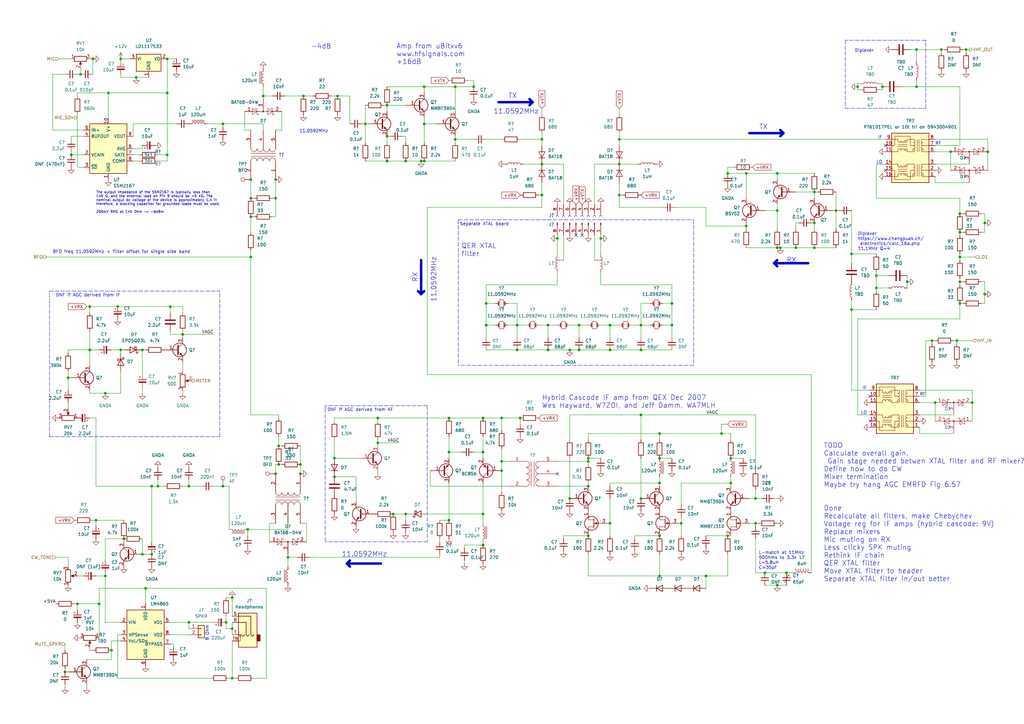
<source format=kicad_sch>
(kicad_sch (version 20211123) (generator eeschema)

  (uuid 0e592cd4-1950-44ef-9727-8e526f4c4e12)

  (paper "A3")

  (title_block
    (title "DART-70 TRX")
    (date "2023-01-22")
    (rev "0")
    (company "HB9EGM")
    (comment 1 "A 4m Band SSB/CW Transceiver")
  )

  

  (junction (at 68.58 24.13) (diameter 0) (color 0 0 0 0)
    (uuid 007433ed-6d80-48ba-9527-0a8470b6050a)
  )
  (junction (at 186.69 57.15) (diameter 0) (color 0 0 0 0)
    (uuid 0079a40d-5664-4eb5-a4a1-35e197c9e578)
  )
  (junction (at 172.72 66.04) (diameter 0) (color 0 0 0 0)
    (uuid 027f19f3-a3d5-4daa-a96e-c5d9a71c1df8)
  )
  (junction (at 158.75 55.88) (diameter 0) (color 0 0 0 0)
    (uuid 02d8bab6-e62a-43d8-ae0a-47eb8be52f66)
  )
  (junction (at 58.42 143.51) (diameter 0) (color 0 0 0 0)
    (uuid 059f4155-bed3-4fb2-9baa-d569f31b7e5d)
  )
  (junction (at 375.92 20.32) (diameter 0) (color 0 0 0 0)
    (uuid 06129627-76da-431c-ac78-8a489cb0761d)
  )
  (junction (at 320.04 101.6) (diameter 0) (color 0 0 0 0)
    (uuid 076a6a07-11fa-4191-a538-035a47a6b026)
  )
  (junction (at 199.39 124.46) (diameter 0) (color 0 0 0 0)
    (uuid 08e3fbcd-b24c-43b5-a2a5-3ed606084464)
  )
  (junction (at 95.25 245.11) (diameter 0) (color 0 0 0 0)
    (uuid 0964d962-846f-4609-b657-83d8fae25141)
  )
  (junction (at 262.89 143.51) (diameter 0) (color 0 0 0 0)
    (uuid 0e565d2a-00bb-4f20-8e2e-0f824e8d2762)
  )
  (junction (at 241.3 189.23) (diameter 0) (color 0 0 0 0)
    (uuid 0f8367d0-e4ea-40ae-8dac-4e16d60a532f)
  )
  (junction (at 298.45 71.12) (diameter 0) (color 0 0 0 0)
    (uuid 1012b60c-7995-4cf6-a029-e4cda1fc26a4)
  )
  (junction (at 318.77 240.03) (diameter 0) (color 0 0 0 0)
    (uuid 173f5655-a774-48b9-985b-3b9523888334)
  )
  (junction (at 39.37 213.36) (diameter 0) (color 0 0 0 0)
    (uuid 1761eacf-5516-4f80-af22-ca5c2f3d7629)
  )
  (junction (at 173.99 50.8) (diameter 0) (color 0 0 0 0)
    (uuid 17a2367e-a2ff-4b57-83ee-9ab25894ec97)
  )
  (junction (at 68.58 38.1) (diameter 0) (color 0 0 0 0)
    (uuid 18381db9-5d7f-4848-9a07-251ba865a202)
  )
  (junction (at 48.26 125.73) (diameter 0) (color 0 0 0 0)
    (uuid 1843d2c0-629c-44e7-8460-03ced60a2111)
  )
  (junction (at 334.01 101.6) (diameter 0) (color 0 0 0 0)
    (uuid 1938c685-27ac-44a9-aab4-2c6ed50b8ec7)
  )
  (junction (at 295.91 177.8) (diameter 0) (color 0 0 0 0)
    (uuid 1a164a1f-45a6-43b7-9b64-349463c23d37)
  )
  (junction (at 166.37 210.82) (diameter 0) (color 0 0 0 0)
    (uuid 1c038126-c738-4381-b698-5c33c4341ae8)
  )
  (junction (at 262.89 204.47) (diameter 0) (color 0 0 0 0)
    (uuid 1de51305-582b-4628-8092-75c3cf54eea0)
  )
  (junction (at 113.03 194.31) (diameter 0) (color 0 0 0 0)
    (uuid 1e5b8adc-bfe4-4d62-8fbb-b09ad198c5b6)
  )
  (junction (at 233.68 143.51) (diameter 0) (color 0 0 0 0)
    (uuid 210630ed-a720-499f-8ec9-3630627e1e05)
  )
  (junction (at 194.31 35.56) (diameter 0) (color 0 0 0 0)
    (uuid 222d63d3-68ff-4a04-b7c3-6efd5c4ab9e1)
  )
  (junction (at 389.89 62.23) (diameter 0) (color 0 0 0 0)
    (uuid 223b72c8-191b-4d26-8e73-2beb56cb0a2b)
  )
  (junction (at 298.45 219.71) (diameter 0) (color 0 0 0 0)
    (uuid 22f086a0-4e36-4832-8e1e-3bdb65f5c3f2)
  )
  (junction (at 212.09 143.51) (diameter 0) (color 0 0 0 0)
    (uuid 24fd922c-d488-4d61-b6dc-9d3e359ccc82)
  )
  (junction (at 299.72 187.96) (diameter 0) (color 0 0 0 0)
    (uuid 2583e10f-d237-4b6a-a35d-cff26f964496)
  )
  (junction (at 44.45 38.1) (diameter 0) (color 0 0 0 0)
    (uuid 2792ed93-89db-4e51-99ff-281323e776eb)
  )
  (junction (at 321.31 -54.61) (diameter 0) (color 0 0 0 0)
    (uuid 29679519-0074-4244-8bb1-857f21221a1a)
  )
  (junction (at 158.75 43.18) (diameter 0) (color 0 0 0 0)
    (uuid 2cd3680a-9e9d-4c97-9125-39c64a75e644)
  )
  (junction (at 270.51 198.12) (diameter 0) (color 0 0 0 0)
    (uuid 2d264e2f-7e31-4a17-86c5-13a68ab3ff7e)
  )
  (junction (at 393.7 115.57) (diameter 0) (color 0 0 0 0)
    (uuid 2fdc7923-56aa-4f0e-b559-e1b2e79c3c8f)
  )
  (junction (at 322.58 234.95) (diameter 0) (color 0 0 0 0)
    (uuid 3083cab8-f38e-44e4-ad6a-7ad5bf540d1f)
  )
  (junction (at 114.3 190.5) (diameter 0) (color 0 0 0 0)
    (uuid 30a877c2-a2d2-45b6-a8fa-8c4567fd5621)
  )
  (junction (at 382.27 139.7) (diameter 0) (color 0 0 0 0)
    (uuid 30dc039a-a902-4295-a2ea-7a00c6153126)
  )
  (junction (at 318.77 71.12) (diameter 0) (color 0 0 0 0)
    (uuid 315201dd-7991-408a-b65b-aa397fb29cdd)
  )
  (junction (at 38.1 24.13) (diameter 0) (color 0 0 0 0)
    (uuid 335263d3-7e35-4a9c-83c2-cd71d45f0688)
  )
  (junction (at 383.54 165.1) (diameter 0) (color 0 0 0 0)
    (uuid 3365c11b-b4a5-418d-85ee-41028926f18a)
  )
  (junction (at 173.99 35.56) (diameter 0) (color 0 0 0 0)
    (uuid 3bd6009a-f48b-4c66-92de-4d24549b4c7d)
  )
  (junction (at 161.29 210.82) (diameter 0) (color 0 0 0 0)
    (uuid 3bf0f30a-4c02-4011-9e56-5268cd9a18bc)
  )
  (junction (at 198.12 171.45) (diameter 0) (color 0 0 0 0)
    (uuid 3e9deac2-8e86-484c-b76a-a334d0715f66)
  )
  (junction (at 403.86 120.65) (diameter 0) (color 0 0 0 0)
    (uuid 3f6ba890-8616-4e68-b9d0-3d4eacc2e5c7)
  )
  (junction (at 173.99 66.04) (diameter 0) (color 0 0 0 0)
    (uuid 43c88063-044a-47b7-b010-f3fb76152eec)
  )
  (junction (at 372.11 115.57) (diameter 0) (color 0 0 0 0)
    (uuid 446196fa-4af3-4fe1-9348-f02489c61276)
  )
  (junction (at 199.39 133.35) (diameter 0) (color 0 0 0 0)
    (uuid 460147d8-e4b6-4910-88e9-07d1ddd6c2df)
  )
  (junction (at 222.25 57.15) (diameter 0) (color 0 0 0 0)
    (uuid 485f8372-6f58-431e-9419-bfc90ad67732)
  )
  (junction (at 212.09 133.35) (diameter 0) (color 0 0 0 0)
    (uuid 4b982f8b-ca29-4ebf-88fc-8a50b24e0802)
  )
  (junction (at 91.44 50.8) (diameter 0) (color 0 0 0 0)
    (uuid 4f100da6-d6f9-4b77-90f1-fda986c2ed73)
  )
  (junction (at 113.03 81.28) (diameter 0) (color 0 0 0 0)
    (uuid 4f661a6f-98d8-4461-9401-113364b1e3a8)
  )
  (junction (at 184.15 213.36) (diameter 0) (color 0 0 0 0)
    (uuid 510aabe6-d19e-45d2-9ee4-74f6d2e6df89)
  )
  (junction (at 361.95 35.56) (diameter 0) (color 0 0 0 0)
    (uuid 55c2ac3f-8f3b-4f78-9b14-388c97827d8c)
  )
  (junction (at 393.7 87.63) (diameter 0) (color 0 0 0 0)
    (uuid 56e3e10b-0165-4e27-9816-f40b5bb7e426)
  )
  (junction (at 45.72 266.7) (diameter 0) (color 0 0 0 0)
    (uuid 583a623a-9287-46cf-a94a-71ec7c67c85f)
  )
  (junction (at 275.59 133.35) (diameter 0) (color 0 0 0 0)
    (uuid 5c4341e3-29f4-4014-ad6b-9b4cb50156a6)
  )
  (junction (at 246.38 97.79) (diameter 0) (color 0 0 0 0)
    (uuid 5d58706a-c013-405c-9112-847886006796)
  )
  (junction (at 262.89 133.35) (diameter 0) (color 0 0 0 0)
    (uuid 5dbda758-e74b-4ccf-ad68-495d537d68ba)
  )
  (junction (at 275.59 124.46) (diameter 0) (color 0 0 0 0)
    (uuid 5fc44bfc-3a32-42f5-89ff-303d655beeb1)
  )
  (junction (at 351.79 35.56) (diameter 0) (color 0 0 0 0)
    (uuid 5fe39347-c8a3-40ce-ace1-a055bc364f38)
  )
  (junction (at 198.12 223.52) (diameter 0) (color 0 0 0 0)
    (uuid 611c0051-64b3-4ff6-b51a-6ea814324060)
  )
  (junction (at 69.85 125.73) (diameter 0) (color 0 0 0 0)
    (uuid 62ed984b-c070-4de1-bd86-30aeb09fb9cd)
  )
  (junction (at 326.39 101.6) (diameter 0) (color 0 0 0 0)
    (uuid 6333a58f-0905-40bf-8806-a9405483f292)
  )
  (junction (at 138.43 39.37) (diameter 0) (color 0 0 0 0)
    (uuid 67d87795-1d4f-4f21-9afa-f7da30e8b867)
  )
  (junction (at 349.25 104.14) (diameter 0) (color 0 0 0 0)
    (uuid 6b3de47f-b1a0-458a-9a8a-52cfeead82b0)
  )
  (junction (at 342.9 86.36) (diameter 0) (color 0 0 0 0)
    (uuid 6bdd7ca9-a767-4e33-bf37-498b319fce63)
  )
  (junction (at 102.87 88.9) (diameter 0) (color 0 0 0 0)
    (uuid 6e61ed05-4ce2-4d6e-b300-e8935e213361)
  )
  (junction (at 62.23 227.33) (diameter 0) (color 0 0 0 0)
    (uuid 707b1436-6255-4e74-ac3c-e365f258d4c7)
  )
  (junction (at 270.51 236.22) (diameter 0) (color 0 0 0 0)
    (uuid 711716b4-cb3c-40a8-915f-7a9cd1c1a345)
  )
  (junction (at 306.07 92.71) (diameter 0) (color 0 0 0 0)
    (uuid 71548298-edf3-48ed-bda9-4f920bb3ffda)
  )
  (junction (at 334.01 91.44) (diameter 0) (color 0 0 0 0)
    (uuid 7203aae8-7ab5-4754-be1f-92fd79bf7883)
  )
  (junction (at 254 57.15) (diameter 0) (color 0 0 0 0)
    (uuid 782fd8fa-9fb0-44b6-bdfd-23367a676327)
  )
  (junction (at 299.72 198.12) (diameter 0) (color 0 0 0 0)
    (uuid 79aa4561-3272-488a-aacc-d24a783bf3fa)
  )
  (junction (at 393.7 105.41) (diameter 0) (color 0 0 0 0)
    (uuid 88658da7-484b-4fb1-bd87-cf0fe9fbbc98)
  )
  (junction (at 318.77 86.36) (diameter 0) (color 0 0 0 0)
    (uuid 897a30bd-82ab-4191-9e1c-88c95eb420c0)
  )
  (junction (at 205.74 171.45) (diameter 0) (color 0 0 0 0)
    (uuid 89924c9d-894c-4783-bb98-91fe4fffc426)
  )
  (junction (at 359.41 113.03) (diameter 0) (color 0 0 0 0)
    (uuid 89a0992d-b4b4-4a98-9018-0c3e3ac7c4ed)
  )
  (junction (at 403.86 91.44) (diameter 0) (color 0 0 0 0)
    (uuid 8a030abd-885a-4b15-b74a-b44dc2b6c7d7)
  )
  (junction (at 375.92 35.56) (diameter 0) (color 0 0 0 0)
    (uuid 8a0d9941-07e6-4643-8f6b-bd2fdd5d5ae4)
  )
  (junction (at 334.01 78.74) (diameter 0) (color 0 0 0 0)
    (uuid 8cad30c6-cd21-4b04-8aa8-5dfd9876668a)
  )
  (junction (at 92.71 255.27) (diameter 0) (color 0 0 0 0)
    (uuid 8d612602-5cc8-45dd-a943-2a29be4b9ede)
  )
  (junction (at 102.87 81.28) (diameter 0) (color 0 0 0 0)
    (uuid 8edc9989-feda-4190-96e8-8ba0ca953891)
  )
  (junction (at 43.18 236.22) (diameter 0) (color 0 0 0 0)
    (uuid 8f57152a-781e-4e8e-b36c-e81f9a864e3b)
  )
  (junction (at 49.53 24.13) (diameter 0) (color 0 0 0 0)
    (uuid 8fd35ceb-d608-4169-ae56-e892681304a9)
  )
  (junction (at 250.19 214.63) (diameter 0) (color 0 0 0 0)
    (uuid 91049a94-ccf8-463e-ab05-8a76a56be653)
  )
  (junction (at 309.88 214.63) (diameter 0) (color 0 0 0 0)
    (uuid 9134413a-edf3-40ce-9ec2-93a536746842)
  )
  (junction (at 205.74 189.23) (diameter 0) (color 0 0 0 0)
    (uuid 94a7e072-a853-4895-a974-0e863ac9edc2)
  )
  (junction (at 113.03 73.66) (diameter 0) (color 0 0 0 0)
    (uuid 9501ad82-8c5c-4bd6-a4e5-d738b7099508)
  )
  (junction (at 224.79 133.35) (diameter 0) (color 0 0 0 0)
    (uuid 9666bb6a-0c1d-4c92-be6d-94a465ec5c51)
  )
  (junction (at 64.77 199.39) (diameter 0) (color 0 0 0 0)
    (uuid 97e09b83-0572-4634-8ce7-0a86f1339fd8)
  )
  (junction (at 107.95 39.37) (diameter 0) (color 0 0 0 0)
    (uuid 983034d1-18ea-4dac-8753-9630cc5e0592)
  )
  (junction (at 386.08 20.32) (diameter 0) (color 0 0 0 0)
    (uuid 9873db56-1f37-4fe2-98ad-60e4c87af40c)
  )
  (junction (at 95.25 257.81) (diameter 0) (color 0 0 0 0)
    (uuid 98a1742d-cc82-4a66-87b4-845a0462a9e4)
  )
  (junction (at 270.51 177.8) (diameter 0) (color 0 0 0 0)
    (uuid 994aaeb0-a945-4297-8f22-64b15ec2470b)
  )
  (junction (at 254 80.01) (diameter 0) (color 0 0 0 0)
    (uuid 99c68e22-79ac-4df3-82ed-69d5274feb54)
  )
  (junction (at 359.41 118.11) (diameter 0) (color 0 0 0 0)
    (uuid 9a438e91-12f1-4003-9587-51635f0ae695)
  )
  (junction (at 222.25 80.01) (diameter 0) (color 0 0 0 0)
    (uuid 9cae7022-94ae-4784-b773-30ffde5822a7)
  )
  (junction (at 102.87 73.66) (diameter 0) (color 0 0 0 0)
    (uuid 9d0f1857-3b05-4e01-b461-94289f64ce4a)
  )
  (junction (at 123.19 194.31) (diameter 0) (color 0 0 0 0)
    (uuid 9d1032f1-04b7-4a45-a406-c5f306a5a4a3)
  )
  (junction (at 393.7 95.25) (diameter 0) (color 0 0 0 0)
    (uuid a4615cb6-40e1-4e6b-aa44-484a7357f4a4)
  )
  (junction (at 198.12 185.42) (diameter 0) (color 0 0 0 0)
    (uuid a4ec02e9-e140-4dcc-958f-47f7624526cb)
  )
  (junction (at 36.83 125.73) (diameter 0) (color 0 0 0 0)
    (uuid a65cad0c-0ef1-4ea5-a965-4eae7ac1f6af)
  )
  (junction (at 31.75 247.65) (diameter 0) (color 0 0 0 0)
    (uuid a69f72c8-ce0f-4293-bf44-c6832495c836)
  )
  (junction (at 77.47 199.39) (diameter 0) (color 0 0 0 0)
    (uuid a7cad282-51c3-4f24-be5e-311c2c5e959b)
  )
  (junction (at 26.67 275.59) (diameter 0) (color 0 0 0 0)
    (uuid a81b6768-8ab7-4398-923e-af4751f24292)
  )
  (junction (at 137.16 195.58) (diameter 0) (color 0 0 0 0)
    (uuid a8675aa5-24f4-4a65-9564-259800e24a61)
  )
  (junction (at 228.6 97.79) (diameter 0) (color 0 0 0 0)
    (uuid aa537d78-628c-458e-8a08-c2dae82aca82)
  )
  (junction (at 318.77 101.6) (diameter 0) (color 0 0 0 0)
    (uuid aad5fe2f-2964-4c2f-90b5-8ec10e02fb70)
  )
  (junction (at 158.75 66.04) (diameter 0) (color 0 0 0 0)
    (uuid ab5a5163-9113-4726-bc7a-7e25f5bcb137)
  )
  (junction (at 27.94 154.94) (diameter 0) (color 0 0 0 0)
    (uuid ac0e5582-f44c-4bc2-8ae7-2c3f1115fb00)
  )
  (junction (at 33.02 30.48) (diameter 0) (color 0 0 0 0)
    (uuid ad2d033c-4040-4813-b5da-82cf827f9d86)
  )
  (junction (at 237.49 133.35) (diameter 0) (color 0 0 0 0)
    (uuid ad485fa9-ca4c-467a-b6d9-302ae2ec4eaa)
  )
  (junction (at 91.44 199.39) (diameter 0) (color 0 0 0 0)
    (uuid ae4c18cc-90ed-4d31-b27a-ee22bf49a14e)
  )
  (junction (at 237.49 143.51) (diameter 0) (color 0 0 0 0)
    (uuid aed41e50-066a-4d5d-9b35-33c86a58f817)
  )
  (junction (at 309.88 204.47) (diameter 0) (color 0 0 0 0)
    (uuid b046cbfe-7bd9-4ac8-9c60-a84b90a07076)
  )
  (junction (at 198.12 210.82) (diameter 0) (color 0 0 0 0)
    (uuid b0bd599f-5320-4de4-9844-b1248597f45d)
  )
  (junction (at 59.69 241.3) (diameter 0) (color 0 0 0 0)
    (uuid b2c93e47-1b35-4bce-b217-c95c59af9fea)
  )
  (junction (at 102.87 105.41) (diameter 0) (color 0 0 0 0)
    (uuid b2fc5a98-a9c8-4ffb-bf05-9a95788a6f6e)
  )
  (junction (at 154.94 181.61) (diameter 0) (color 0 0 0 0)
    (uuid b52e2ac1-1ad4-4299-a3b7-5950aeda9b09)
  )
  (junction (at 222.25 67.31) (diameter 0) (color 0 0 0 0)
    (uuid b55942a4-2e67-4c91-a2e2-17d287af1b39)
  )
  (junction (at 58.42 227.33) (diameter 0) (color 0 0 0 0)
    (uuid b67c5032-3958-4f67-8cff-2bc749aa2559)
  )
  (junction (at 68.58 63.5) (diameter 0) (color 0 0 0 0)
    (uuid b6a3e709-356a-4a55-ac00-07ba73afac37)
  )
  (junction (at 313.69 234.95) (diameter 0) (color 0 0 0 0)
    (uuid b7b0b83f-2dad-41a6-8e3b-dd0617021680)
  )
  (junction (at 233.68 204.47) (diameter 0) (color 0 0 0 0)
    (uuid bb8fc86a-138e-468d-a6f3-4d425bea2798)
  )
  (junction (at 241.3 199.39) (diameter 0) (color 0 0 0 0)
    (uuid bcb7b50e-e30b-4748-9ad3-15fd19268fd8)
  )
  (junction (at 270.51 187.96) (diameter 0) (color 0 0 0 0)
    (uuid bdd38f4a-d1f5-49ea-86a0-7074369f7406)
  )
  (junction (at 40.64 247.65) (diameter 0) (color 0 0 0 0)
    (uuid beaa9122-a0f4-4e99-96b3-048878d69672)
  )
  (junction (at 101.6 217.17) (diameter 0) (color 0 0 0 0)
    (uuid bf1cf86a-4cef-455a-b67c-093dbb9970e5)
  )
  (junction (at 95.25 278.13) (diameter 0) (color 0 0 0 0)
    (uuid bff74fb8-2e53-4140-9d30-8bb9b336dda4)
  )
  (junction (at 50.8 220.98) (diameter 0) (color 0 0 0 0)
    (uuid c07980be-125c-4459-be81-f2b8371f5ae2)
  )
  (junction (at 205.74 193.04) (diameter 0) (color 0 0 0 0)
    (uuid c41a688f-80a3-4252-bb37-134631846db3)
  )
  (junction (at 250.19 143.51) (diameter 0) (color 0 0 0 0)
    (uuid c8816f2b-d043-4f02-8988-815e5e7435ee)
  )
  (junction (at 118.11 228.6) (diameter 0) (color 0 0 0 0)
    (uuid c8c4fbfe-4e9c-445d-882a-7f1bac80adc8)
  )
  (junction (at 250.19 133.35) (diameter 0) (color 0 0 0 0)
    (uuid ca2ddb3d-eff7-4148-ac57-d5c14ba8be31)
  )
  (junction (at 55.88 31.75) (diameter 0) (color 0 0 0 0)
    (uuid ca3e4813-ee52-41fc-be54-f33d5d572e76)
  )
  (junction (at 393.7 124.46) (diameter 0) (color 0 0 0 0)
    (uuid ca5a4e59-a0d9-41f3-a4f9-8e9003dc636c)
  )
  (junction (at 241.3 187.96) (diameter 0) (color 0 0 0 0)
    (uuid cf4a7a0f-4b62-4a14-8810-1f9be9bb8bca)
  )
  (junction (at 224.79 143.51) (diameter 0) (color 0 0 0 0)
    (uuid d3e01bdf-5c14-407f-80a1-1d934fc04fab)
  )
  (junction (at 149.86 50.8) (diameter 0) (color 0 0 0 0)
    (uuid d46cfddd-ae59-45a8-a05e-501b77d91351)
  )
  (junction (at 124.46 39.37) (diameter 0) (color 0 0 0 0)
    (uuid d47b6e93-2883-4b61-9107-b49e482eb126)
  )
  (junction (at 270.51 219.71) (diameter 0) (color 0 0 0 0)
    (uuid d5fa5081-044e-4305-8f5d-d2a56bf86d29)
  )
  (junction (at 77.47 255.27) (diameter 0) (color 0 0 0 0)
    (uuid d6fda246-3399-48cd-8a06-99bbdf8c75e4)
  )
  (junction (at 241.3 219.71) (diameter 0) (color 0 0 0 0)
    (uuid d703d54e-2823-4563-98c8-59d8b8b54fec)
  )
  (junction (at 166.37 66.04) (diameter 0) (color 0 0 0 0)
    (uuid d774c163-0e71-4e59-99e8-33a6c910c00d)
  )
  (junction (at 62.23 199.39) (diameter 0) (color 0 0 0 0)
    (uuid d7d4c350-2318-4a09-b921-0a78963f6666)
  )
  (junction (at 254 67.31) (diameter 0) (color 0 0 0 0)
    (uuid d964cb21-9482-4b14-9981-964030a476a5)
  )
  (junction (at 405.13 62.23) (diameter 0) (color 0 0 0 0)
    (uuid daa9b5c5-21a2-4482-b81a-69bb9f749fb7)
  )
  (junction (at 186.69 35.56) (diameter 0) (color 0 0 0 0)
    (uuid dcdfeb28-863e-4a43-ad64-f6e45863b4d7)
  )
  (junction (at 213.36 171.45) (diameter 0) (color 0 0 0 0)
    (uuid ddaaa428-40ee-45ee-a789-6961e25a11bb)
  )
  (junction (at 392.43 139.7) (diameter 0) (color 0 0 0 0)
    (uuid de1eb50d-ef90-4d0d-a112-fc865a422b99)
  )
  (junction (at 289.56 236.22) (diameter 0) (color 0 0 0 0)
    (uuid df231e82-dc0c-49c1-a01b-d2be84591ff3)
  )
  (junction (at 396.24 20.32) (diameter 0) (color 0 0 0 0)
    (uuid e2d27bd1-d4c5-4321-a13b-160cb2d6015d)
  )
  (junction (at 49.53 143.51) (diameter 0) (color 0 0 0 0)
    (uuid e3903eeb-8b72-4b40-a088-cbbba270c01b)
  )
  (junction (at 184.15 171.45) (diameter 0) (color 0 0 0 0)
    (uuid e68e2295-e5ad-41e7-931d-7bf2c40e2981)
  )
  (junction (at 279.4 214.63) (diameter 0) (color 0 0 0 0)
    (uuid e736b041-4756-4726-980f-1b93cf00a2ad)
  )
  (junction (at 74.93 137.16) (diameter 0) (color 0 0 0 0)
    (uuid e8558fbd-ea42-43a6-966a-7bd304bdfaad)
  )
  (junction (at 36.83 143.51) (diameter 0) (color 0 0 0 0)
    (uuid eac540a2-0555-4530-b9cb-9b037a65c0a7)
  )
  (junction (at 114.3 182.88) (diameter 0) (color 0 0 0 0)
    (uuid eb3c65f0-3082-4c13-98c1-cac8dc7eccac)
  )
  (junction (at 137.16 187.96) (diameter 0) (color 0 0 0 0)
    (uuid ecba702e-9fb5-4bd7-9b08-5197492ec54b)
  )
  (junction (at 398.78 165.1) (diameter 0) (color 0 0 0 0)
    (uuid efac21da-3f93-4ae4-bab8-dbdec293c35e)
  )
  (junction (at 306.07 71.12) (diameter 0) (color 0 0 0 0)
    (uuid f02e930f-fe1a-4921-a9df-ee330f41d2bd)
  )
  (junction (at 43.18 161.29) (diameter 0) (color 0 0 0 0)
    (uuid f0f3907b-44e3-4106-9f24-d8ce836b6bb0)
  )
  (junction (at 154.94 171.45) (diameter 0) (color 0 0 0 0)
    (uuid f1a9e2a2-6347-4852-b335-cf8402c433a4)
  )
  (junction (at 318.77 -83.82) (diameter 0) (color 0 0 0 0)
    (uuid f3285ed9-855d-4b3c-9145-ed9dbda7a1d9)
  )
  (junction (at 306.07 -54.61) (diameter 0) (color 0 0 0 0)
    (uuid f9728ce1-58db-4b51-bb92-9b665142c745)
  )
  (junction (at 184.15 185.42) (diameter 0) (color 0 0 0 0)
    (uuid fb5d1a59-18d1-49ea-b504-10e76cce8897)
  )
  (junction (at 123.19 190.5) (diameter 0) (color 0 0 0 0)
    (uuid fbe71f6a-7e5a-41f1-9e6e-b2e94d49a3bc)
  )
  (junction (at 349.25 127) (diameter 0) (color 0 0 0 0)
    (uuid fc53697a-5adc-4172-b2ba-694af73fcfdd)
  )
  (junction (at 29.21 63.5) (diameter 0) (color 0 0 0 0)
    (uuid fe2b05f5-675b-44d0-956c-c5829b7c692a)
  )
  (junction (at 262.89 170.18) (diameter 0) (color 0 0 0 0)
    (uuid fe2ce942-d4c5-4b3f-a09e-cda9276450f6)
  )

  (no_connect (at 356.87 172.72) (uuid 112718f1-f222-4c50-a4f0-a42dabd066b7))
  (no_connect (at 236.22 96.52) (uuid 2b99a1e6-5f67-436f-9ed5-38e8bfd4c142))
  (no_connect (at 363.22 69.85) (uuid 36cd8509-4b06-4001-aa2f-00b548cb4477))
  (no_connect (at 363.22 59.69) (uuid 6226f2ac-b9bf-4733-a388-cd49aa6934ae))
  (no_connect (at 356.87 162.56) (uuid 69a2fbd1-0689-4722-b099-d7d4b3a2c805))
  (no_connect (at 228.6 194.31) (uuid afdb3662-3196-4d9d-b0e8-7f416bb5cd4f))
  (no_connect (at 238.76 96.52) (uuid ee08a6c2-528a-478b-9089-08fe9a37ec7e))

  (wire (pts (xy 403.86 87.63) (xy 403.86 91.44))
    (stroke (width 0) (type default) (color 0 0 0 0))
    (uuid 006436ec-9ab2-4589-83be-4667e52db3bf)
  )
  (wire (pts (xy 205.74 171.45) (xy 205.74 176.53))
    (stroke (width 0) (type default) (color 0 0 0 0))
    (uuid 00c27d59-c437-4bee-9cde-cbd48a34e31b)
  )
  (wire (pts (xy 318.77 83.82) (xy 318.77 86.36))
    (stroke (width 0) (type default) (color 0 0 0 0))
    (uuid 00cf6024-5820-4cff-8981-5be2b438caf3)
  )
  (wire (pts (xy 87.63 199.39) (xy 91.44 199.39))
    (stroke (width 0) (type default) (color 0 0 0 0))
    (uuid 0113fe75-9787-49bd-865f-03242ce2a366)
  )
  (wire (pts (xy 222.25 57.15) (xy 222.25 54.61))
    (stroke (width 0) (type default) (color 0 0 0 0))
    (uuid 0125f083-fa2b-4a11-85be-7853b609b001)
  )
  (wire (pts (xy 68.58 66.04) (xy 64.77 66.04))
    (stroke (width 0) (type default) (color 0 0 0 0))
    (uuid 01caafb3-af8a-4642-870c-c290b286d040)
  )
  (wire (pts (xy 222.25 74.93) (xy 222.25 80.01))
    (stroke (width 0) (type default) (color 0 0 0 0))
    (uuid 01cceb30-c85f-4510-b324-8d17341fc730)
  )
  (wire (pts (xy 166.37 43.18) (xy 158.75 43.18))
    (stroke (width 0) (type default) (color 0 0 0 0))
    (uuid 01f0181c-303d-46c7-ba34-20eee1c48cd1)
  )
  (wire (pts (xy 173.99 50.8) (xy 179.07 50.8))
    (stroke (width 0) (type default) (color 0 0 0 0))
    (uuid 0222c276-ce98-44cf-9ac7-d0d00163570d)
  )
  (wire (pts (xy 190.5 231.14) (xy 190.5 229.87))
    (stroke (width 0) (type default) (color 0 0 0 0))
    (uuid 027fc545-8a42-4646-8424-467711418116)
  )
  (wire (pts (xy 114.3 170.18) (xy 114.3 171.45))
    (stroke (width 0) (type default) (color 0 0 0 0))
    (uuid 0332aa97-cadc-4e7a-b8af-ca59e255597d)
  )
  (wire (pts (xy 173.99 66.04) (xy 186.69 66.04))
    (stroke (width 0) (type default) (color 0 0 0 0))
    (uuid 035d062f-f875-4853-8ca1-a348c3967bb1)
  )
  (wire (pts (xy 113.03 214.63) (xy 110.49 214.63))
    (stroke (width 0) (type default) (color 0 0 0 0))
    (uuid 03b7756f-0559-43eb-b24d-3aefa5a15899)
  )
  (wire (pts (xy 394.97 20.32) (xy 396.24 20.32))
    (stroke (width 0) (type default) (color 0 0 0 0))
    (uuid 03ce6745-00b2-4d2b-bad7-eb9745172859)
  )
  (wire (pts (xy 166.37 210.82) (xy 161.29 210.82))
    (stroke (width 0) (type default) (color 0 0 0 0))
    (uuid 03dd13e2-d89f-47ed-8a2f-ce75e7a97ef3)
  )
  (wire (pts (xy 262.89 133.35) (xy 266.7 133.35))
    (stroke (width 0) (type default) (color 0 0 0 0))
    (uuid 042fe62b-53aa-4e86-97d0-9ccb1e16a895)
  )
  (wire (pts (xy 379.73 139.7) (xy 382.27 139.7))
    (stroke (width 0) (type default) (color 0 0 0 0))
    (uuid 0437af13-5b81-4e18-82d5-0ec28c5d895f)
  )
  (wire (pts (xy 383.54 74.93) (xy 383.54 72.39))
    (stroke (width 0) (type default) (color 0 0 0 0))
    (uuid 047a18ce-9e77-4d7d-a9ce-60b21f671177)
  )
  (wire (pts (xy 31.75 68.58) (xy 34.29 68.58))
    (stroke (width 0) (type default) (color 0 0 0 0))
    (uuid 04868f85-bc69-4fa9-8e62-d78ffe5ae58e)
  )
  (wire (pts (xy 38.1 266.7) (xy 36.83 266.7))
    (stroke (width 0) (type default) (color 0 0 0 0))
    (uuid 049bc167-7861-4f83-a9e9-3c707dd00017)
  )
  (wire (pts (xy 396.24 20.32) (xy 397.51 20.32))
    (stroke (width 0) (type default) (color 0 0 0 0))
    (uuid 04ef368b-f4e9-48da-956c-ee93cb3d01e8)
  )
  (wire (pts (xy 241.3 227.33) (xy 241.3 236.22))
    (stroke (width 0) (type default) (color 0 0 0 0))
    (uuid 066671d9-1fdf-4a05-a7e7-cadb7d44b89f)
  )
  (wire (pts (xy 208.28 124.46) (xy 212.09 124.46))
    (stroke (width 0) (type default) (color 0 0 0 0))
    (uuid 082d865b-0a4e-49c3-b18b-be47fd4a465a)
  )
  (wire (pts (xy 382.27 139.7) (xy 383.54 139.7))
    (stroke (width 0) (type default) (color 0 0 0 0))
    (uuid 0830aef1-c986-42f8-ba6a-a3fcacbf0210)
  )
  (wire (pts (xy 309.88 234.95) (xy 309.88 220.98))
    (stroke (width 0) (type default) (color 0 0 0 0))
    (uuid 08c8f1b4-737d-438b-967e-a77cce3833c0)
  )
  (wire (pts (xy 58.42 143.51) (xy 58.42 153.67))
    (stroke (width 0) (type default) (color 0 0 0 0))
    (uuid 09321bf4-1ea1-49b5-b1f9-ac29d6606a74)
  )
  (wire (pts (xy 173.99 35.56) (xy 186.69 35.56))
    (stroke (width 0) (type default) (color 0 0 0 0))
    (uuid 0943dfff-08fd-4176-a97a-8e271f47b148)
  )
  (wire (pts (xy 393.7 105.41) (xy 393.7 104.14))
    (stroke (width 0) (type default) (color 0 0 0 0))
    (uuid 09aa0d32-f4dc-42fd-a756-e1229737bd34)
  )
  (wire (pts (xy 361.95 35.56) (xy 361.95 34.29))
    (stroke (width 0) (type default) (color 0 0 0 0))
    (uuid 09f01836-52b7-4cc9-b245-1b1e36d31834)
  )
  (wire (pts (xy 289.56 236.22) (xy 289.56 241.3))
    (stroke (width 0) (type default) (color 0 0 0 0))
    (uuid 0a0c053c-54e0-4f14-b909-036d0c5fbf08)
  )
  (wire (pts (xy 158.75 43.18) (xy 158.75 45.72))
    (stroke (width 0) (type default) (color 0 0 0 0))
    (uuid 0a80373e-7854-41a7-8441-30fd81967887)
  )
  (wire (pts (xy 254 74.93) (xy 254 80.01))
    (stroke (width 0) (type default) (color 0 0 0 0))
    (uuid 0a9f993d-d83a-4cdc-bae3-0f40dd545220)
  )
  (wire (pts (xy 279.4 198.12) (xy 299.72 198.12))
    (stroke (width 0) (type default) (color 0 0 0 0))
    (uuid 0b5e9f79-a50b-4078-b2be-eff1d45ab7fc)
  )
  (wire (pts (xy 222.25 80.01) (xy 222.25 85.09))
    (stroke (width 0) (type default) (color 0 0 0 0))
    (uuid 0c3bb475-57a3-4465-801b-1823c9a733cc)
  )
  (wire (pts (xy 309.88 234.95) (xy 313.69 234.95))
    (stroke (width 0) (type default) (color 0 0 0 0))
    (uuid 0dc79dd3-c584-4173-b914-e6a8bcd18e45)
  )
  (wire (pts (xy 36.83 135.89) (xy 36.83 143.51))
    (stroke (width 0) (type default) (color 0 0 0 0))
    (uuid 0e1c6bbc-4cc4-4ce9-b48a-8292bb286da8)
  )
  (wire (pts (xy 246.38 97.79) (xy 246.38 96.52))
    (stroke (width 0) (type default) (color 0 0 0 0))
    (uuid 0f4b5c7f-79aa-4c46-b222-58e7e288b195)
  )
  (wire (pts (xy 33.02 27.94) (xy 33.02 30.48))
    (stroke (width 0) (type default) (color 0 0 0 0))
    (uuid 100847e3-630c-4c13-ba45-180e92370805)
  )
  (wire (pts (xy 313.69 -36.83) (xy 327.66 -36.83))
    (stroke (width 0) (type default) (color 0 0 0 0))
    (uuid 10bd27b2-1d07-444a-9776-fc259e0db345)
  )
  (wire (pts (xy 318.77 71.12) (xy 318.77 73.66))
    (stroke (width 0) (type default) (color 0 0 0 0))
    (uuid 10ef0d40-b427-4fac-bff7-e8ca2d279fd2)
  )
  (wire (pts (xy 393.7 35.56) (xy 375.92 35.56))
    (stroke (width 0) (type default) (color 0 0 0 0))
    (uuid 110d1e6b-ad69-49f9-883c-0dd74a05fd74)
  )
  (wire (pts (xy 166.37 66.04) (xy 172.72 66.04))
    (stroke (width 0) (type default) (color 0 0 0 0))
    (uuid 11ac1ac8-72b6-43ed-915e-50f87561daf8)
  )
  (wire (pts (xy 107.95 50.8) (xy 91.44 50.8))
    (stroke (width 0) (type default) (color 0 0 0 0))
    (uuid 12340fb8-cd9c-4069-beec-13d4d2ea0d99)
  )
  (wire (pts (xy 361.95 36.83) (xy 361.95 35.56))
    (stroke (width 0) (type default) (color 0 0 0 0))
    (uuid 127f70da-b001-4621-a4ee-78ee7182bcde)
  )
  (polyline (pts (xy 307.34 54.61) (xy 321.31 54.61))
    (stroke (width 1) (type solid) (color 0 0 0 0))
    (uuid 1281d63b-9c8c-4454-9b2d-0bbbc27e2ae7)
  )

  (wire (pts (xy 44.45 38.1) (xy 68.58 38.1))
    (stroke (width 0) (type default) (color 0 0 0 0))
    (uuid 12e17856-cd8c-41a8-bb2e-9faca10b0973)
  )
  (wire (pts (xy 393.7 130.81) (xy 351.79 130.81))
    (stroke (width 0) (type default) (color 0 0 0 0))
    (uuid 15352954-5a6d-4167-94e3-a8475b279783)
  )
  (wire (pts (xy 43.18 234.95) (xy 43.18 236.22))
    (stroke (width 0) (type default) (color 0 0 0 0))
    (uuid 15e1025c-faeb-49ff-aaa3-6ba9acaabd98)
  )
  (wire (pts (xy 137.16 172.72) (xy 137.16 171.45))
    (stroke (width 0) (type default) (color 0 0 0 0))
    (uuid 1606d99f-0508-4f2e-b63b-47e62c4312ee)
  )
  (wire (pts (xy 386.08 21.59) (xy 386.08 20.32))
    (stroke (width 0) (type default) (color 0 0 0 0))
    (uuid 16070e3c-2cc9-4d09-bef3-8ceccb63947e)
  )
  (wire (pts (xy 36.83 125.73) (xy 36.83 128.27))
    (stroke (width 0) (type default) (color 0 0 0 0))
    (uuid 16aa2316-1a67-45e5-b6c4-e59dd85814f4)
  )
  (wire (pts (xy 334.01 71.12) (xy 318.77 71.12))
    (stroke (width 0) (type default) (color 0 0 0 0))
    (uuid 16b8184d-4364-4664-b33c-1e355c0b0e6c)
  )
  (wire (pts (xy 298.45 68.58) (xy 298.45 71.12))
    (stroke (width 0) (type default) (color 0 0 0 0))
    (uuid 171c47c2-e63c-45a5-b02c-078b78214786)
  )
  (wire (pts (xy 115.57 182.88) (xy 114.3 182.88))
    (stroke (width 0) (type default) (color 0 0 0 0))
    (uuid 17c93850-5ebd-4f0d-b8eb-52bf14b01af4)
  )
  (wire (pts (xy 186.69 35.56) (xy 194.31 35.56))
    (stroke (width 0) (type default) (color 0 0 0 0))
    (uuid 18723066-b973-43bf-8bbf-4c210121a928)
  )
  (wire (pts (xy 334.01 78.74) (xy 334.01 81.28))
    (stroke (width 0) (type default) (color 0 0 0 0))
    (uuid 189610aa-2967-4418-8b8b-b36bdf6bc60b)
  )
  (wire (pts (xy 372.11 113.03) (xy 372.11 115.57))
    (stroke (width 0) (type default) (color 0 0 0 0))
    (uuid 19028db1-670b-4d84-9d20-5aa2f8585dd7)
  )
  (wire (pts (xy 342.9 101.6) (xy 334.01 101.6))
    (stroke (width 0) (type default) (color 0 0 0 0))
    (uuid 1966977a-39df-4890-91de-0e8ae767b0a0)
  )
  (wire (pts (xy 186.69 57.15) (xy 194.31 57.15))
    (stroke (width 0) (type default) (color 0 0 0 0))
    (uuid 19a56892-f9d5-4508-ab75-59721c555275)
  )
  (wire (pts (xy 26.67 281.94) (xy 26.67 280.67))
    (stroke (width 0) (type default) (color 0 0 0 0))
    (uuid 1a85ffd6-ef8b-418f-990e-456d1ffab00e)
  )
  (wire (pts (xy 326.39 101.6) (xy 320.04 101.6))
    (stroke (width 0) (type default) (color 0 0 0 0))
    (uuid 1a86e987-6d08-4b7a-b2e3-f89b9863e895)
  )
  (wire (pts (xy 146.05 195.58) (xy 146.05 205.74))
    (stroke (width 0) (type default) (color 0 0 0 0))
    (uuid 1a9613ab-fb34-4a02-8365-aadaa421dfaf)
  )
  (wire (pts (xy 27.94 143.51) (xy 36.83 143.51))
    (stroke (width 0) (type default) (color 0 0 0 0))
    (uuid 1a9f0d73-6986-450b-8da5-dca8d718cd0d)
  )
  (wire (pts (xy 359.41 67.31) (xy 359.41 81.28))
    (stroke (width 0) (type default) (color 0 0 0 0))
    (uuid 1c0378fb-8fa4-4942-8a64-86b9252ef636)
  )
  (wire (pts (xy 262.89 143.51) (xy 275.59 143.51))
    (stroke (width 0) (type default) (color 0 0 0 0))
    (uuid 1d8cbdb8-b0d5-4f06-84c8-05770b7e9555)
  )
  (wire (pts (xy 222.25 59.69) (xy 222.25 57.15))
    (stroke (width 0) (type default) (color 0 0 0 0))
    (uuid 1dbe419a-f71e-4ab5-9a49-e58e75747fdf)
  )
  (wire (pts (xy 118.11 217.17) (xy 101.6 217.17))
    (stroke (width 0) (type default) (color 0 0 0 0))
    (uuid 1dc9a7fa-415c-4243-97fb-46b0d627e89d)
  )
  (wire (pts (xy 137.16 171.45) (xy 154.94 171.45))
    (stroke (width 0) (type default) (color 0 0 0 0))
    (uuid 1ddbded3-4d65-49ba-8123-18c72e4b7f4a)
  )
  (wire (pts (xy 359.41 118.11) (xy 359.41 119.38))
    (stroke (width 0) (type default) (color 0 0 0 0))
    (uuid 1e2c0cdd-08a6-4586-b370-3ffc74205845)
  )
  (wire (pts (xy 158.75 66.04) (xy 166.37 66.04))
    (stroke (width 0) (type default) (color 0 0 0 0))
    (uuid 1f1052c4-d15a-450f-8bb0-3cc3f3592607)
  )
  (wire (pts (xy 250.19 204.47) (xy 250.19 214.63))
    (stroke (width 0) (type default) (color 0 0 0 0))
    (uuid 1f1c22b1-15a3-4e28-88a5-25ba2fbef197)
  )
  (wire (pts (xy 212.09 124.46) (xy 212.09 133.35))
    (stroke (width 0) (type default) (color 0 0 0 0))
    (uuid 1fd73780-e017-4e2c-9674-56cb6f09dc2d)
  )
  (wire (pts (xy 246.38 116.84) (xy 275.59 116.84))
    (stroke (width 0) (type default) (color 0 0 0 0))
    (uuid 2163a967-be2d-4344-a94d-f1b8da3dc3a3)
  )
  (wire (pts (xy 405.13 57.15) (xy 405.13 62.23))
    (stroke (width 0) (type default) (color 0 0 0 0))
    (uuid 2171e051-2b1c-4df3-9987-bb0d428437aa)
  )
  (wire (pts (xy 53.34 24.13) (xy 49.53 24.13))
    (stroke (width 0) (type default) (color 0 0 0 0))
    (uuid 219ed590-c887-4a37-b8cf-2c9225c6d07e)
  )
  (wire (pts (xy 69.85 135.89) (xy 69.85 137.16))
    (stroke (width 0) (type default) (color 0 0 0 0))
    (uuid 22591446-6d82-47ac-b525-9e9deb496c8c)
  )
  (wire (pts (xy 26.67 264.16) (xy 26.67 266.7))
    (stroke (width 0) (type default) (color 0 0 0 0))
    (uuid 226f524c-89b4-46ed-86fd-c8ea41059fd4)
  )
  (wire (pts (xy 137.16 180.34) (xy 137.16 187.96))
    (stroke (width 0) (type default) (color 0 0 0 0))
    (uuid 231e5ae4-1791-4485-9a32-a64456488009)
  )
  (wire (pts (xy 111.76 88.9) (xy 113.03 88.9))
    (stroke (width 0) (type default) (color 0 0 0 0))
    (uuid 233c88a4-9a5e-42af-96fb-5079a0c4ddfe)
  )
  (wire (pts (xy 318.77 -63.5) (xy 321.31 -63.5))
    (stroke (width 0) (type default) (color 0 0 0 0))
    (uuid 24e4c8b7-7963-4a14-b3e0-4b86218811d3)
  )
  (wire (pts (xy 241.3 189.23) (xy 241.3 187.96))
    (stroke (width 0) (type default) (color 0 0 0 0))
    (uuid 25347fbb-8744-4d15-9949-de9866144f81)
  )
  (wire (pts (xy 270.51 177.8) (xy 241.3 177.8))
    (stroke (width 0) (type default) (color 0 0 0 0))
    (uuid 2556849b-244d-40cf-86de-101d00a3273d)
  )
  (wire (pts (xy 275.59 187.96) (xy 270.51 187.96))
    (stroke (width 0) (type default) (color 0 0 0 0))
    (uuid 25b40549-5004-4a9f-8c83-45a4561f2c44)
  )
  (wire (pts (xy 313.69 -34.29) (xy 313.69 -36.83))
    (stroke (width 0) (type default) (color 0 0 0 0))
    (uuid 261eb6dc-d5dd-4e47-8bce-04c77069621a)
  )
  (wire (pts (xy 39.37 213.36) (xy 50.8 213.36))
    (stroke (width 0) (type default) (color 0 0 0 0))
    (uuid 268a679e-e023-47f5-8a31-2516b1c23479)
  )
  (wire (pts (xy 214.63 67.31) (xy 222.25 67.31))
    (stroke (width 0) (type default) (color 0 0 0 0))
    (uuid 275568d0-09db-49c2-9144-c338cf90d66a)
  )
  (wire (pts (xy 295.91 173.99) (xy 295.91 177.8))
    (stroke (width 0) (type default) (color 0 0 0 0))
    (uuid 27937394-9bb7-48f6-a154-02c32eca1c67)
  )
  (wire (pts (xy 342.9 78.74) (xy 342.9 86.36))
    (stroke (width 0) (type default) (color 0 0 0 0))
    (uuid 2812f45e-ebd6-42bd-b5eb-ed95214eca8f)
  )
  (wire (pts (xy 198.12 198.12) (xy 198.12 210.82))
    (stroke (width 0) (type default) (color 0 0 0 0))
    (uuid 287f053d-d517-4f77-a833-8d255e7a9f3f)
  )
  (wire (pts (xy 31.75 247.65) (xy 40.64 247.65))
    (stroke (width 0) (type default) (color 0 0 0 0))
    (uuid 29b8b23a-e7ee-4dc9-92e7-c3cadb119379)
  )
  (wire (pts (xy 335.28 78.74) (xy 334.01 78.74))
    (stroke (width 0) (type default) (color 0 0 0 0))
    (uuid 2a3e52a2-02c1-4de1-bbee-f4f094c5cf5c)
  )
  (wire (pts (xy 205.74 189.23) (xy 205.74 193.04))
    (stroke (width 0) (type default) (color 0 0 0 0))
    (uuid 2a63233b-a7a2-4c59-82c8-58a12efecada)
  )
  (wire (pts (xy 250.19 214.63) (xy 248.92 214.63))
    (stroke (width 0) (type default) (color 0 0 0 0))
    (uuid 2afd810b-02fc-4ddc-b23c-b8689ad0ab1d)
  )
  (wire (pts (xy 34.29 55.88) (xy 29.21 55.88))
    (stroke (width 0) (type default) (color 0 0 0 0))
    (uuid 2b878984-ad62-40d5-87be-d30f465ae2b3)
  )
  (wire (pts (xy 74.93 152.4) (xy 74.93 148.59))
    (stroke (width 0) (type default) (color 0 0 0 0))
    (uuid 2b894b8a-c098-4d9d-be0f-2ef41dea274e)
  )
  (wire (pts (xy 266.7 124.46) (xy 262.89 124.46))
    (stroke (width 0) (type default) (color 0 0 0 0))
    (uuid 2ba6a5e2-be81-4fda-a558-a7c1489b8584)
  )
  (wire (pts (xy 228.6 97.79) (xy 228.6 104.14))
    (stroke (width 0) (type default) (color 0 0 0 0))
    (uuid 2bb91631-ebd1-41f4-8f02-7d20cea9a1ea)
  )
  (wire (pts (xy 118.11 228.6) (xy 118.11 227.33))
    (stroke (width 0) (type default) (color 0 0 0 0))
    (uuid 2bc9d2d9-93de-4c12-bc6b-86b8c29f0aa6)
  )
  (wire (pts (xy 349.25 160.02) (xy 349.25 127))
    (stroke (width 0) (type default) (color 0 0 0 0))
    (uuid 2dcb67f4-c872-4b2a-956a-523605159edb)
  )
  (wire (pts (xy 128.27 39.37) (xy 124.46 39.37))
    (stroke (width 0) (type default) (color 0 0 0 0))
    (uuid 2e63a8de-ed51-4777-8337-472b5b4f8240)
  )
  (wire (pts (xy 275.59 138.43) (xy 275.59 133.35))
    (stroke (width 0) (type default) (color 0 0 0 0))
    (uuid 2e6b1f7e-e4c3-43a1-ae90-c85aa40696d5)
  )
  (wire (pts (xy 259.08 133.35) (xy 262.89 133.35))
    (stroke (width 0) (type default) (color 0 0 0 0))
    (uuid 2ec9be40-1d5a-4e2d-8a4d-4be2d3c079d5)
  )
  (wire (pts (xy 306.07 -54.61) (xy 306.07 -63.5))
    (stroke (width 0) (type default) (color 0 0 0 0))
    (uuid 306c58e8-628e-47f3-98f7-56966b54150f)
  )
  (wire (pts (xy 125.73 214.63) (xy 123.19 214.63))
    (stroke (width 0) (type default) (color 0 0 0 0))
    (uuid 307b7b86-dfcd-43e5-adae-a42ec65f9c2c)
  )
  (wire (pts (xy 241.3 190.5) (xy 241.3 189.23))
    (stroke (width 0) (type default) (color 0 0 0 0))
    (uuid 31405bcc-b3b5-4799-beda-e88762b1ff65)
  )
  (wire (pts (xy 241.3 236.22) (xy 270.51 236.22))
    (stroke (width 0) (type default) (color 0 0 0 0))
    (uuid 314a73cd-4340-4691-9097-14e559730536)
  )
  (wire (pts (xy 233.68 170.18) (xy 233.68 180.34))
    (stroke (width 0) (type default) (color 0 0 0 0))
    (uuid 3276e29e-f986-4a1b-866c-9d3cbd2e5d3d)
  )
  (wire (pts (xy 186.69 45.72) (xy 186.69 35.56))
    (stroke (width 0) (type default) (color 0 0 0 0))
    (uuid 32d50c10-a20b-414f-afaf-7821cceaf33a)
  )
  (wire (pts (xy 26.67 274.32) (xy 26.67 275.59))
    (stroke (width 0) (type default) (color 0 0 0 0))
    (uuid 33891c62-a79f-4243-b776-6be292690ac3)
  )
  (wire (pts (xy 26.67 30.48) (xy 21.59 30.48))
    (stroke (width 0) (type default) (color 0 0 0 0))
    (uuid 33b48673-c959-4510-b6fa-fd3f7bdb00fd)
  )
  (wire (pts (xy 64.77 63.5) (xy 68.58 63.5))
    (stroke (width 0) (type default) (color 0 0 0 0))
    (uuid 33b6dbe8-d555-4f35-a63c-27c75fa09ca7)
  )
  (wire (pts (xy 118.11 214.63) (xy 118.11 217.17))
    (stroke (width 0) (type default) (color 0 0 0 0))
    (uuid 33b8f01e-acf2-48c5-adde-e838f3dfad6d)
  )
  (wire (pts (xy 172.72 66.04) (xy 173.99 66.04))
    (stroke (width 0) (type default) (color 0 0 0 0))
    (uuid 341e0f4b-92fa-44cf-9e72-3a5fc025563e)
  )
  (wire (pts (xy 377.19 177.8) (xy 377.19 175.26))
    (stroke (width 0) (type default) (color 0 0 0 0))
    (uuid 34971b89-a71c-4b1e-9611-7fffde0ef9c4)
  )
  (wire (pts (xy 212.09 138.43) (xy 212.09 133.35))
    (stroke (width 0) (type default) (color 0 0 0 0))
    (uuid 35343f32-90ff-4059-a108-111fb444c3d2)
  )
  (wire (pts (xy 394.97 124.46) (xy 393.7 124.46))
    (stroke (width 0) (type default) (color 0 0 0 0))
    (uuid 3586fadc-dfb0-445d-9e9e-609ee49ba8a3)
  )
  (wire (pts (xy 349.25 127) (xy 359.41 127))
    (stroke (width 0) (type default) (color 0 0 0 0))
    (uuid 35dbe510-347f-4115-945a-275dbc9544a8)
  )
  (wire (pts (xy 27.94 160.02) (xy 27.94 154.94))
    (stroke (width 0) (type default) (color 0 0 0 0))
    (uuid 35e60fa0-27cf-4d0e-8bab-b364400c08c0)
  )
  (wire (pts (xy 123.19 194.31) (xy 123.19 190.5))
    (stroke (width 0) (type default) (color 0 0 0 0))
    (uuid 362da67e-2cbf-4626-b5c1-6c5ba9fb75f9)
  )
  (wire (pts (xy 208.28 189.23) (xy 205.74 189.23))
    (stroke (width 0) (type default) (color 0 0 0 0))
    (uuid 364f7692-8fd2-4996-8f00-fec21fff2827)
  )
  (wire (pts (xy 275.59 133.35) (xy 271.78 133.35))
    (stroke (width 0) (type default) (color 0 0 0 0))
    (uuid 36696ac6-2db1-4b52-ae3d-9f3c89d2042f)
  )
  (wire (pts (xy 332.74 153.67) (xy 175.26 153.67))
    (stroke (width 0) (type default) (color 0 0 0 0))
    (uuid 369c2242-d22f-4370-b888-6adc5e444aec)
  )
  (wire (pts (xy 43.18 220.98) (xy 50.8 220.98))
    (stroke (width 0) (type default) (color 0 0 0 0))
    (uuid 37776474-3e55-452d-b61d-56f6c437c0b7)
  )
  (wire (pts (xy 364.49 118.11) (xy 359.41 118.11))
    (stroke (width 0) (type default) (color 0 0 0 0))
    (uuid 37c4ff09-2526-492b-a9f8-7ea7ff67af23)
  )
  (wire (pts (xy 104.14 278.13) (xy 109.22 278.13))
    (stroke (width 0) (type default) (color 0 0 0 0))
    (uuid 37f9ff9e-4ac0-495a-8616-d843451c132e)
  )
  (polyline (pts (xy 20.32 179.07) (xy 20.32 119.38))
    (stroke (width 0) (type default) (color 0 0 0 0))
    (uuid 38a62d51-e863-4b0e-8f07-7e1cafdb4037)
  )

  (wire (pts (xy 45.72 266.7) (xy 45.72 270.51))
    (stroke (width 0) (type default) (color 0 0 0 0))
    (uuid 38adb82f-7c90-4f5f-b4d7-ca79b45cc898)
  )
  (wire (pts (xy 49.53 260.35) (xy 48.26 260.35))
    (stroke (width 0) (type default) (color 0 0 0 0))
    (uuid 38d04039-5d82-48aa-b8b9-bc35b46616f0)
  )
  (wire (pts (xy 198.12 210.82) (xy 175.26 210.82))
    (stroke (width 0) (type default) (color 0 0 0 0))
    (uuid 393131ec-a9a2-4b13-8fa7-5bb85d9e7338)
  )
  (wire (pts (xy 199.39 116.84) (xy 199.39 124.46))
    (stroke (width 0) (type default) (color 0 0 0 0))
    (uuid 3a274653-eff3-4ffe-9be8-2bfd0950af0a)
  )
  (polyline (pts (xy 172.72 120.65) (xy 173.99 119.38))
    (stroke (width 1) (type solid) (color 0 0 0 0))
    (uuid 3a303245-2826-476f-837a-6c776ac8eec5)
  )
  (polyline (pts (xy 317.5 107.95) (xy 318.77 106.68))
    (stroke (width 1) (type default) (color 0 0 0 0))
    (uuid 3ae1ad84-1d31-4d2b-b989-ca9af6058aea)
  )

  (wire (pts (xy 393.7 59.69) (xy 393.7 35.56))
    (stroke (width 0) (type default) (color 0 0 0 0))
    (uuid 3b27dc08-2c00-4501-9b7e-e1fc9c4c1450)
  )
  (wire (pts (xy 237.49 133.35) (xy 241.3 133.35))
    (stroke (width 0) (type default) (color 0 0 0 0))
    (uuid 3c11bba2-1b60-442e-87b9-29fc89c74881)
  )
  (wire (pts (xy 318.77 204.47) (xy 317.5 204.47))
    (stroke (width 0) (type default) (color 0 0 0 0))
    (uuid 3ccaef01-74e6-4115-959d-fbd093047018)
  )
  (wire (pts (xy 85.09 50.8) (xy 91.44 50.8))
    (stroke (width 0) (type default) (color 0 0 0 0))
    (uuid 3d0f8577-6ffa-41a9-8b25-878e6e828efa)
  )
  (wire (pts (xy 213.36 173.99) (xy 213.36 171.45))
    (stroke (width 0) (type default) (color 0 0 0 0))
    (uuid 3d84257e-dfac-4e83-ad7d-92150f9df1d8)
  )
  (wire (pts (xy 344.17 86.36) (xy 342.9 86.36))
    (stroke (width 0) (type default) (color 0 0 0 0))
    (uuid 3d93a3e9-87ac-4a3b-9b9e-a240dd18c534)
  )
  (wire (pts (xy 39.37 199.39) (xy 62.23 199.39))
    (stroke (width 0) (type default) (color 0 0 0 0))
    (uuid 3dac0765-17a2-43b9-bab1-cc5f50ce960f)
  )
  (wire (pts (xy 158.75 55.88) (xy 158.75 58.42))
    (stroke (width 0) (type default) (color 0 0 0 0))
    (uuid 3e47bf3b-545f-417b-95f8-0ce48a2e696b)
  )
  (wire (pts (xy 45.72 143.51) (xy 49.53 143.51))
    (stroke (width 0) (type default) (color 0 0 0 0))
    (uuid 3f206607-332e-4c96-8963-5302804f476f)
  )
  (wire (pts (xy 189.23 185.42) (xy 184.15 185.42))
    (stroke (width 0) (type default) (color 0 0 0 0))
    (uuid 3f2a51a5-354e-4662-86fe-5462c2bd8d58)
  )
  (wire (pts (xy 403.86 115.57) (xy 403.86 120.65))
    (stroke (width 0) (type default) (color 0 0 0 0))
    (uuid 3f89e29b-9d8f-481a-a517-85ca9e00b6c5)
  )
  (wire (pts (xy 31.75 46.99) (xy 31.75 68.58))
    (stroke (width 0) (type default) (color 0 0 0 0))
    (uuid 4102ae0e-3d75-40cd-957b-0b4db5d3f5ee)
  )
  (wire (pts (xy 74.93 161.29) (xy 74.93 160.02))
    (stroke (width 0) (type default) (color 0 0 0 0))
    (uuid 4116bfc2-eab3-4c29-a983-44eacd9f10f5)
  )
  (polyline (pts (xy 172.72 120.65) (xy 171.45 119.38))
    (stroke (width 1) (type default) (color 0 0 0 0))
    (uuid 4163deab-1cd6-41dd-a3a6-4003a316c140)
  )

  (wire (pts (xy 308.61 -13.97) (xy 298.45 -13.97))
    (stroke (width 0) (type default) (color 0 0 0 0))
    (uuid 418baf25-2131-4704-af70-d4ecbb8bbba9)
  )
  (wire (pts (xy 49.53 161.29) (xy 43.18 161.29))
    (stroke (width 0) (type default) (color 0 0 0 0))
    (uuid 4208e41d-1d0a-40b9-bf94-fcbeb6562f9d)
  )
  (wire (pts (xy 241.3 198.12) (xy 241.3 199.39))
    (stroke (width 0) (type default) (color 0 0 0 0))
    (uuid 421e1cc2-36a4-4dea-b009-97c228e970dc)
  )
  (wire (pts (xy 300.99 68.58) (xy 298.45 68.58))
    (stroke (width 0) (type default) (color 0 0 0 0))
    (uuid 42209508-7425-4ef6-9bd3-77e80b4d9abd)
  )
  (wire (pts (xy 270.51 198.12) (xy 270.51 199.39))
    (stroke (width 0) (type default) (color 0 0 0 0))
    (uuid 426d408a-ed40-43b4-b8c5-0e2c5087c1f6)
  )
  (polyline (pts (xy 175.26 166.37) (xy 133.35 166.37))
    (stroke (width 0) (type default) (color 0 0 0 0))
    (uuid 4284f916-8fed-4278-b00c-4c3f313faf80)
  )

  (wire (pts (xy 262.89 170.18) (xy 233.68 170.18))
    (stroke (width 0) (type default) (color 0 0 0 0))
    (uuid 437cfd94-f586-4649-a4a7-54b6265ccf76)
  )
  (wire (pts (xy 393.7 87.63) (xy 394.97 87.63))
    (stroke (width 0) (type default) (color 0 0 0 0))
    (uuid 444b90a0-e12f-4604-8031-264a2e3dcb20)
  )
  (wire (pts (xy 369.57 35.56) (xy 375.92 35.56))
    (stroke (width 0) (type default) (color 0 0 0 0))
    (uuid 446b42d3-2017-4098-9899-14a23b103535)
  )
  (wire (pts (xy 241.3 219.71) (xy 231.14 219.71))
    (stroke (width 0) (type default) (color 0 0 0 0))
    (uuid 44df90bf-029f-4262-a166-22df8e216390)
  )
  (wire (pts (xy 64.77 199.39) (xy 64.77 196.85))
    (stroke (width 0) (type default) (color 0 0 0 0))
    (uuid 44e993be-f2df-4e61-a598-dfd6e106a208)
  )
  (wire (pts (xy 309.88 204.47) (xy 307.34 204.47))
    (stroke (width 0) (type default) (color 0 0 0 0))
    (uuid 454e30d7-bcaa-4ad9-9d06-8047eb4476bc)
  )
  (wire (pts (xy 101.6 217.17) (xy 101.6 219.71))
    (stroke (width 0) (type default) (color 0 0 0 0))
    (uuid 45583653-c1b9-48b1-85eb-b50796173085)
  )
  (polyline (pts (xy 346.71 16.51) (xy 346.71 44.45))
    (stroke (width 0) (type default) (color 0 0 0 0))
    (uuid 461edb23-c1ec-4e0f-871a-a240c1cd3a36)
  )

  (wire (pts (xy 250.19 138.43) (xy 250.19 133.35))
    (stroke (width 0) (type default) (color 0 0 0 0))
    (uuid 462f8e7e-09c6-4676-ba4f-fd07b2868aa8)
  )
  (wire (pts (xy 191.77 33.02) (xy 194.31 33.02))
    (stroke (width 0) (type default) (color 0 0 0 0))
    (uuid 466b5642-6c10-45a7-84e5-76759a53f192)
  )
  (wire (pts (xy 110.49 214.63) (xy 110.49 222.25))
    (stroke (width 0) (type default) (color 0 0 0 0))
    (uuid 46ae2584-1b1d-400b-a946-46158d09b58d)
  )
  (wire (pts (xy 379.73 139.7) (xy 379.73 162.56))
    (stroke (width 0) (type default) (color 0 0 0 0))
    (uuid 46da1e60-4761-4966-96b0-d563aff527c6)
  )
  (wire (pts (xy 213.36 57.15) (xy 222.25 57.15))
    (stroke (width 0) (type default) (color 0 0 0 0))
    (uuid 47076e24-9441-4900-9545-cf8ad7495150)
  )
  (wire (pts (xy 321.31 -44.45) (xy 321.31 -54.61))
    (stroke (width 0) (type default) (color 0 0 0 0))
    (uuid 4797a9a5-a5db-453d-be34-c58f5e708967)
  )
  (wire (pts (xy 255.27 80.01) (xy 254 80.01))
    (stroke (width 0) (type default) (color 0 0 0 0))
    (uuid 479fe35f-e09c-4372-8e15-6784a7e3fd2e)
  )
  (polyline (pts (xy 284.48 90.17) (xy 284.48 149.86))
    (stroke (width 0) (type default) (color 0 0 0 0))
    (uuid 47e3424a-459d-4696-b1ce-e9ec51099a1c)
  )

  (wire (pts (xy 275.59 116.84) (xy 275.59 124.46))
    (stroke (width 0) (type default) (color 0 0 0 0))
    (uuid 47e8fba7-36e4-45b9-a8af-75005a86d254)
  )
  (wire (pts (xy 231.14 220.98) (xy 231.14 219.71))
    (stroke (width 0) (type default) (color 0 0 0 0))
    (uuid 4931cfe6-a57f-424e-bedb-abc0697ca70b)
  )
  (polyline (pts (xy 142.24 231.14) (xy 143.51 229.87))
    (stroke (width 1) (type default) (color 0 0 0 0))
    (uuid 4a76b230-b78d-4796-9f68-c133f21f299a)
  )

  (wire (pts (xy 149.86 66.04) (xy 158.75 66.04))
    (stroke (width 0) (type default) (color 0 0 0 0))
    (uuid 4c76f766-86d7-4a64-b1aa-c2031c80d4f9)
  )
  (wire (pts (xy 306.07 92.71) (xy 306.07 91.44))
    (stroke (width 0) (type default) (color 0 0 0 0))
    (uuid 4cd21fa0-7b67-47f6-b094-824c04769f7a)
  )
  (wire (pts (xy 43.18 255.27) (xy 49.53 255.27))
    (stroke (width 0) (type default) (color 0 0 0 0))
    (uuid 4ce56cdb-8470-4b42-9ca5-e46d2f98344e)
  )
  (wire (pts (xy 43.18 220.98) (xy 43.18 229.87))
    (stroke (width 0) (type default) (color 0 0 0 0))
    (uuid 4cef478d-ce34-4d8e-8420-37dbcb7ebab2)
  )
  (wire (pts (xy 241.3 180.34) (xy 241.3 177.8))
    (stroke (width 0) (type default) (color 0 0 0 0))
    (uuid 4d49a0aa-f132-4d9a-8008-eb3731d0492a)
  )
  (wire (pts (xy 271.78 124.46) (xy 275.59 124.46))
    (stroke (width 0) (type default) (color 0 0 0 0))
    (uuid 4e43689e-9cf0-4146-b69d-54896ee090d3)
  )
  (wire (pts (xy 26.67 275.59) (xy 27.94 275.59))
    (stroke (width 0) (type default) (color 0 0 0 0))
    (uuid 4e66ba18-389e-4ff9-97c1-8bd8fb047a01)
  )
  (wire (pts (xy 289.56 236.22) (xy 270.51 236.22))
    (stroke (width 0) (type default) (color 0 0 0 0))
    (uuid 4f4c7500-1079-402a-a4d0-1b3ec566c005)
  )
  (wire (pts (xy 113.03 81.28) (xy 113.03 88.9))
    (stroke (width 0) (type default) (color 0 0 0 0))
    (uuid 4f650738-cacc-469e-acc7-40ee5d49f8f4)
  )
  (wire (pts (xy 309.88 200.66) (xy 309.88 204.47))
    (stroke (width 0) (type default) (color 0 0 0 0))
    (uuid 4ff8f15b-b56c-4999-b071-e57847f73476)
  )
  (wire (pts (xy 194.31 185.42) (xy 198.12 185.42))
    (stroke (width 0) (type default) (color 0 0 0 0))
    (uuid 5030a7a1-a98a-4a1f-9156-d5d077f3c23f)
  )
  (wire (pts (xy 298.45 227.33) (xy 298.45 236.22))
    (stroke (width 0) (type default) (color 0 0 0 0))
    (uuid 50928973-c6f1-4b2b-a504-e4f02238a437)
  )
  (wire (pts (xy 363.22 67.31) (xy 359.41 67.31))
    (stroke (width 0) (type default) (color 0 0 0 0))
    (uuid 50c93d3b-a94c-4345-b9de-1bc66acdfbe1)
  )
  (wire (pts (xy 270.51 227.33) (xy 270.51 236.22))
    (stroke (width 0) (type default) (color 0 0 0 0))
    (uuid 51294bad-a7d2-4fff-a653-b88def9fe12f)
  )
  (wire (pts (xy 326.39 91.44) (xy 326.39 93.98))
    (stroke (width 0) (type default) (color 0 0 0 0))
    (uuid 5201a205-e70c-4273-9cc1-3a41fa9ea85e)
  )
  (wire (pts (xy 320.04 101.6) (xy 318.77 101.6))
    (stroke (width 0) (type default) (color 0 0 0 0))
    (uuid 5203ec46-5c15-40af-a728-fa3778c9831e)
  )
  (wire (pts (xy 391.16 177.8) (xy 377.19 177.8))
    (stroke (width 0) (type default) (color 0 0 0 0))
    (uuid 524b0bbc-ded0-4ac4-9d45-7316ae611d2e)
  )
  (wire (pts (xy 306.07 -44.45) (xy 306.07 -54.61))
    (stroke (width 0) (type default) (color 0 0 0 0))
    (uuid 535b425e-2ead-4101-8ded-6dd7d2c9d352)
  )
  (wire (pts (xy 205.74 171.45) (xy 198.12 171.45))
    (stroke (width 0) (type default) (color 0 0 0 0))
    (uuid 53a7277a-bd72-4503-81ee-dc81381da923)
  )
  (wire (pts (xy 180.34 227.33) (xy 180.34 228.6))
    (stroke (width 0) (type default) (color 0 0 0 0))
    (uuid 548c7f77-c8cf-4755-8709-30d0d38f18ee)
  )
  (wire (pts (xy 270.51 198.12) (xy 250.19 198.12))
    (stroke (width 0) (type default) (color 0 0 0 0))
    (uuid 54b8142c-865d-46b7-bd41-9094b627d1ea)
  )
  (wire (pts (xy 231.14 67.31) (xy 222.25 67.31))
    (stroke (width 0) (type default) (color 0 0 0 0))
    (uuid 5515a45d-852f-41ee-ad6f-db22f355894a)
  )
  (wire (pts (xy 92.71 255.27) (xy 92.71 257.81))
    (stroke (width 0) (type default) (color 0 0 0 0))
    (uuid 558a0009-c3ac-4149-9b82-e1cd2bc91ced)
  )
  (wire (pts (xy 102.87 88.9) (xy 102.87 95.25))
    (stroke (width 0) (type default) (color 0 0 0 0))
    (uuid 55af8e26-666e-4bcf-9038-cbe40d71a3b1)
  )
  (wire (pts (xy 27.94 154.94) (xy 29.21 154.94))
    (stroke (width 0) (type default) (color 0 0 0 0))
    (uuid 56bbedad-6259-4443-b321-0ffa1f89c336)
  )
  (wire (pts (xy 308.61 -34.29) (xy 303.53 -34.29))
    (stroke (width 0) (type default) (color 0 0 0 0))
    (uuid 57017bb9-5d41-4b31-9172-29f647f38db6)
  )
  (wire (pts (xy 318.77 71.12) (xy 306.07 71.12))
    (stroke (width 0) (type default) (color 0 0 0 0))
    (uuid 58bd414d-1da5-4de0-bedc-7c4d6ecbc663)
  )
  (wire (pts (xy 351.79 34.29) (xy 351.79 35.56))
    (stroke (width 0) (type default) (color 0 0 0 0))
    (uuid 59352dbf-ed93-4a71-8e11-dafed012fa72)
  )
  (wire (pts (xy 212.09 143.51) (xy 224.79 143.51))
    (stroke (width 0) (type default) (color 0 0 0 0))
    (uuid 59ee13a4-660e-47e2-a73a-01cfe11439e9)
  )
  (wire (pts (xy 262.89 187.96) (xy 262.89 204.47))
    (stroke (width 0) (type default) (color 0 0 0 0))
    (uuid 5a8feb70-4d5b-4e2c-8d26-ac865b90757b)
  )
  (wire (pts (xy 402.59 87.63) (xy 403.86 87.63))
    (stroke (width 0) (type default) (color 0 0 0 0))
    (uuid 5b6f407f-496c-4f1e-96a6-2b4991b97515)
  )
  (wire (pts (xy 383.54 165.1) (xy 377.19 165.1))
    (stroke (width 0) (type default) (color 0 0 0 0))
    (uuid 5c343ab4-66b0-4ea0-8d7b-0bb9831b7a66)
  )
  (polyline (pts (xy 142.24 231.14) (xy 143.51 232.41))
    (stroke (width 1) (type solid) (color 0 0 0 0))
    (uuid 5c95f03e-5261-43cc-8304-e101a8ce2704)
  )

  (wire (pts (xy 154.94 171.45) (xy 154.94 172.72))
    (stroke (width 0) (type default) (color 0 0 0 0))
    (uuid 5d37c8f9-7255-4e71-9e76-a95b616c7023)
  )
  (wire (pts (xy 93.98 217.17) (xy 93.98 199.39))
    (stroke (width 0) (type default) (color 0 0 0 0))
    (uuid 5d387dc5-0c0a-4058-b883-4ef0f13025d0)
  )
  (wire (pts (xy 186.69 57.15) (xy 186.69 58.42))
    (stroke (width 0) (type default) (color 0 0 0 0))
    (uuid 5d629d5f-2f67-4551-82d1-b6b6c872f3e7)
  )
  (wire (pts (xy 36.83 160.02) (xy 36.83 161.29))
    (stroke (width 0) (type default) (color 0 0 0 0))
    (uuid 5da0928a-9939-439c-bcbe-74de097058a8)
  )
  (polyline (pts (xy 156.21 231.14) (xy 142.24 231.14))
    (stroke (width 1) (type solid) (color 0 0 0 0))
    (uuid 5e246b05-7b84-41b7-b24a-f95ceb8350be)
  )

  (wire (pts (xy 143.51 50.8) (xy 143.51 39.37))
    (stroke (width 0) (type default) (color 0 0 0 0))
    (uuid 5e3b1c7c-d5e6-4828-a847-032315d3ea6b)
  )
  (wire (pts (xy 402.59 95.25) (xy 403.86 95.25))
    (stroke (width 0) (type default) (color 0 0 0 0))
    (uuid 5e4d3796-8e8c-41b2-b1a5-8c62b37efbe4)
  )
  (wire (pts (xy 173.99 35.56) (xy 173.99 38.1))
    (stroke (width 0) (type default) (color 0 0 0 0))
    (uuid 5ebc4cfe-555b-4a0d-a2c0-002c23002349)
  )
  (wire (pts (xy 318.77 240.03) (xy 322.58 240.03))
    (stroke (width 0) (type default) (color 0 0 0 0))
    (uuid 601a3079-487f-4a58-ab73-688af782d04e)
  )
  (wire (pts (xy 289.56 85.09) (xy 289.56 92.71))
    (stroke (width 0) (type default) (color 0 0 0 0))
    (uuid 60ea7d8f-a908-4241-b060-30e3b9bf35d6)
  )
  (wire (pts (xy 311.15 214.63) (xy 309.88 214.63))
    (stroke (width 0) (type default) (color 0 0 0 0))
    (uuid 612f025d-551f-4e49-8b5d-a819986441cc)
  )
  (wire (pts (xy 198.12 179.07) (xy 198.12 185.42))
    (stroke (width 0) (type default) (color 0 0 0 0))
    (uuid 616ebf13-1041-4466-b8c2-d62553fdacc5)
  )
  (wire (pts (xy 123.19 190.5) (xy 123.19 182.88))
    (stroke (width 0) (type default) (color 0 0 0 0))
    (uuid 61dff740-b34e-4d82-aa37-022743173856)
  )
  (wire (pts (xy 279.4 207.01) (xy 279.4 198.12))
    (stroke (width 0) (type default) (color 0 0 0 0))
    (uuid 62213c76-72a9-4c47-aa4a-ef940e4a622f)
  )
  (wire (pts (xy 55.88 31.75) (xy 60.96 31.75))
    (stroke (width 0) (type default) (color 0 0 0 0))
    (uuid 622a517d-e505-40c8-a2de-1498f9a27a19)
  )
  (wire (pts (xy 127 228.6) (xy 180.34 228.6))
    (stroke (width 0) (type default) (color 0 0 0 0))
    (uuid 6230dd1e-551d-46fc-ad83-c7718abd92c4)
  )
  (wire (pts (xy 67.31 199.39) (xy 64.77 199.39))
    (stroke (width 0) (type default) (color 0 0 0 0))
    (uuid 6239967a-77bd-4ec9-89cd-e04efd8dbe26)
  )
  (wire (pts (xy 392.43 139.7) (xy 398.78 139.7))
    (stroke (width 0) (type default) (color 0 0 0 0))
    (uuid 625c04a1-c241-42db-b68b-0fcebe1cf05b)
  )
  (wire (pts (xy 115.57 45.72) (xy 115.57 53.34))
    (stroke (width 0) (type default) (color 0 0 0 0))
    (uuid 6284d8a0-1f58-40d1-8472-4260bed0c7f7)
  )
  (polyline (pts (xy 133.35 167.64) (xy 133.35 166.37))
    (stroke (width 0) (type default) (color 0 0 0 0))
    (uuid 6441305e-3590-44d5-9ead-1c464ec62f7b)
  )

  (wire (pts (xy 54.61 55.88) (xy 54.61 50.8))
    (stroke (width 0) (type default) (color 0 0 0 0))
    (uuid 652a58cb-4f72-4c5d-98bc-12af8be4a16e)
  )
  (wire (pts (xy 107.95 35.56) (xy 107.95 39.37))
    (stroke (width 0) (type default) (color 0 0 0 0))
    (uuid 65465d56-817d-4884-ae47-8bad0efefd46)
  )
  (wire (pts (xy 40.64 143.51) (xy 36.83 143.51))
    (stroke (width 0) (type default) (color 0 0 0 0))
    (uuid 6579642b-a152-47f7-af0e-0d8866bdfcb8)
  )
  (wire (pts (xy 173.99 50.8) (xy 173.99 58.42))
    (stroke (width 0) (type default) (color 0 0 0 0))
    (uuid 6586325d-a1b9-438e-b778-06845a1dc5e4)
  )
  (wire (pts (xy 107.95 53.34) (xy 107.95 50.8))
    (stroke (width 0) (type default) (color 0 0 0 0))
    (uuid 6677ce38-207e-42ad-8da7-043e0734d9e1)
  )
  (wire (pts (xy 199.39 124.46) (xy 203.2 124.46))
    (stroke (width 0) (type default) (color 0 0 0 0))
    (uuid 66e71cd4-32e2-436f-a2c7-cec951b87904)
  )
  (wire (pts (xy 377.19 160.02) (xy 398.78 160.02))
    (stroke (width 0) (type default) (color 0 0 0 0))
    (uuid 674fa06a-279a-49fb-a3bc-8898f1e42de5)
  )
  (polyline (pts (xy 331.47 107.95) (xy 317.5 107.95))
    (stroke (width 1) (type solid) (color 0 0 0 0))
    (uuid 67df60dd-be03-4fd1-bb0c-90f4bc10968b)
  )

  (wire (pts (xy 198.12 210.82) (xy 198.12 214.63))
    (stroke (width 0) (type default) (color 0 0 0 0))
    (uuid 680c1192-8a1e-4300-a7cd-ef7bb4c87384)
  )
  (wire (pts (xy 165.1 55.88) (xy 166.37 55.88))
    (stroke (width 0) (type default) (color 0 0 0 0))
    (uuid 6816c017-2ccb-479e-9f22-54b316f5230c)
  )
  (wire (pts (xy 349.25 104.14) (xy 359.41 104.14))
    (stroke (width 0) (type default) (color 0 0 0 0))
    (uuid 68387c91-3b34-4a1b-8acb-8afbe6a83281)
  )
  (polyline (pts (xy 218.44 41.91) (xy 217.17 43.18))
    (stroke (width 1) (type default) (color 0 0 0 0))
    (uuid 6843e6cd-4b70-4863-8ce7-e20d66a6c467)
  )

  (wire (pts (xy 241.3 199.39) (xy 228.6 199.39))
    (stroke (width 0) (type default) (color 0 0 0 0))
    (uuid 68bb7527-cf5e-4d93-95d9-e93c273fb386)
  )
  (wire (pts (xy 27.94 165.1) (xy 27.94 167.64))
    (stroke (width 0) (type default) (color 0 0 0 0))
    (uuid 68c7348a-0454-4fbf-b511-6a075194c78a)
  )
  (wire (pts (xy 49.53 143.51) (xy 50.8 143.51))
    (stroke (width 0) (type default) (color 0 0 0 0))
    (uuid 68f7174d-ce7a-41b4-89f8-dd7e3ded57a1)
  )
  (wire (pts (xy 69.85 137.16) (xy 74.93 137.16))
    (stroke (width 0) (type default) (color 0 0 0 0))
    (uuid 6a3aff19-5e5c-466c-80b5-82ab994aaee1)
  )
  (wire (pts (xy 313.69 -59.69) (xy 303.53 -59.69))
    (stroke (width 0) (type default) (color 0 0 0 0))
    (uuid 6c86afcb-7177-47f2-8064-ed3be1ff755e)
  )
  (wire (pts (xy 198.12 171.45) (xy 184.15 171.45))
    (stroke (width 0) (type default) (color 0 0 0 0))
    (uuid 6cdd50bd-1188-4620-8e4f-368a173ab413)
  )
  (wire (pts (xy 279.4 214.63) (xy 279.4 219.71))
    (stroke (width 0) (type default) (color 0 0 0 0))
    (uuid 6d162ee8-074c-4d9f-a276-e927eb92a235)
  )
  (wire (pts (xy 166.37 55.88) (xy 166.37 58.42))
    (stroke (width 0) (type default) (color 0 0 0 0))
    (uuid 6d3c7712-8cda-4039-8fe8-b1516a6d3aca)
  )
  (wire (pts (xy 149.86 43.18) (xy 149.86 50.8))
    (stroke (width 0) (type default) (color 0 0 0 0))
    (uuid 6d53261f-b0db-4380-8d8d-078f89f10106)
  )
  (wire (pts (xy 228.6 111.76) (xy 228.6 116.84))
    (stroke (width 0) (type default) (color 0 0 0 0))
    (uuid 6de42070-f906-4f60-b26b-662ced81e4ea)
  )
  (wire (pts (xy 36.83 143.51) (xy 36.83 149.86))
    (stroke (width 0) (type default) (color 0 0 0 0))
    (uuid 6e416a78-df14-48ee-9842-e6e24081191e)
  )
  (wire (pts (xy 224.79 138.43) (xy 224.79 133.35))
    (stroke (width 0) (type default) (color 0 0 0 0))
    (uuid 6e77d4d6-0239-4c20-98f8-23ae4f71d638)
  )
  (polyline (pts (xy 187.96 90.17) (xy 284.48 90.17))
    (stroke (width 0) (type default) (color 0 0 0 0))
    (uuid 6ee0aee5-dcd6-4c86-9578-66fd2a07923e)
  )

  (wire (pts (xy 180.34 213.36) (xy 184.15 213.36))
    (stroke (width 0) (type default) (color 0 0 0 0))
    (uuid 6f43d39d-fe14-4132-a046-1d7f8cdb47e2)
  )
  (wire (pts (xy 124.46 39.37) (xy 116.84 39.37))
    (stroke (width 0) (type default) (color 0 0 0 0))
    (uuid 701c0221-7bef-4215-99d6-c4e71de0f581)
  )
  (wire (pts (xy 403.86 120.65) (xy 403.86 124.46))
    (stroke (width 0) (type default) (color 0 0 0 0))
    (uuid 70a4733d-cae1-49df-97e4-f4275675004d)
  )
  (wire (pts (xy 405.13 62.23) (xy 405.13 69.85))
    (stroke (width 0) (type default) (color 0 0 0 0))
    (uuid 71112969-491c-4030-a62d-0099394e646b)
  )
  (wire (pts (xy 45.72 262.89) (xy 45.72 266.7))
    (stroke (width 0) (type default) (color 0 0 0 0))
    (uuid 7287233a-8bee-4cb7-972f-e88f9e8c9c05)
  )
  (wire (pts (xy 220.98 80.01) (xy 222.25 80.01))
    (stroke (width 0) (type default) (color 0 0 0 0))
    (uuid 729c2869-ff1d-44e5-93c5-e775e05584de)
  )
  (wire (pts (xy 91.44 50.8) (xy 91.44 52.07))
    (stroke (width 0) (type default) (color 0 0 0 0))
    (uuid 7379b354-13a7-4d74-9b31-58f89692512f)
  )
  (wire (pts (xy 306.07 -63.5) (xy 308.61 -63.5))
    (stroke (width 0) (type default) (color 0 0 0 0))
    (uuid 73b2d4b4-d67b-4a9a-a863-3e4af4b8fd5f)
  )
  (wire (pts (xy 299.72 198.12) (xy 299.72 199.39))
    (stroke (width 0) (type default) (color 0 0 0 0))
    (uuid 742d47be-db3c-4e05-9d4c-991a4295c5b5)
  )
  (wire (pts (xy 102.87 73.66) (xy 102.87 81.28))
    (stroke (width 0) (type default) (color 0 0 0 0))
    (uuid 74a7c0c8-5b41-4e90-9d93-6cbbd7514c61)
  )
  (wire (pts (xy 54.61 66.04) (xy 57.15 66.04))
    (stroke (width 0) (type default) (color 0 0 0 0))
    (uuid 74d2d2c1-d0d5-412f-ab06-bb67df0a3900)
  )
  (wire (pts (xy 254 85.09) (xy 271.78 85.09))
    (stroke (width 0) (type default) (color 0 0 0 0))
    (uuid 74f589f3-ef0a-45a2-aa36-32d4b587ff12)
  )
  (wire (pts (xy 35.56 270.51) (xy 45.72 270.51))
    (stroke (width 0) (type default) (color 0 0 0 0))
    (uuid 76b488fa-e9f2-40f3-aa68-df8ee6acd181)
  )
  (polyline (pts (xy 187.96 90.17) (xy 187.96 149.86))
    (stroke (width 0) (type default) (color 0 0 0 0))
    (uuid 77f63278-dd6a-44ad-be59-60e72c5a32f1)
  )

  (wire (pts (xy 208.28 199.39) (xy 176.53 199.39))
    (stroke (width 0) (type default) (color 0 0 0 0))
    (uuid 78e23870-9b05-480d-b825-f65c8269c89f)
  )
  (wire (pts (xy 250.19 199.39) (xy 250.19 198.12))
    (stroke (width 0) (type default) (color 0 0 0 0))
    (uuid 78fe6eb8-dca7-4226-852e-a2bfdac2f5c0)
  )
  (wire (pts (xy 49.53 31.75) (xy 55.88 31.75))
    (stroke (width 0) (type default) (color 0 0 0 0))
    (uuid 7914d38b-5514-44ce-975e-317f89a52510)
  )
  (wire (pts (xy 198.12 185.42) (xy 198.12 187.96))
    (stroke (width 0) (type default) (color 0 0 0 0))
    (uuid 799a648d-a74f-4b59-8a8b-0e0f39382bba)
  )
  (wire (pts (xy 48.26 125.73) (xy 69.85 125.73))
    (stroke (width 0) (type default) (color 0 0 0 0))
    (uuid 79bd7607-8381-4bff-b61a-a2c7ffa05fe5)
  )
  (wire (pts (xy 400.05 105.41) (xy 393.7 105.41))
    (stroke (width 0) (type default) (color 0 0 0 0))
    (uuid 7abfe5b2-5304-4361-be73-011f6c471ef4)
  )
  (wire (pts (xy 364.49 113.03) (xy 359.41 113.03))
    (stroke (width 0) (type default) (color 0 0 0 0))
    (uuid 7b2dc696-1a10-4454-b7dd-774c3af412d0)
  )
  (wire (pts (xy 114.3 179.07) (xy 114.3 182.88))
    (stroke (width 0) (type default) (color 0 0 0 0))
    (uuid 7b4a5919-d656-4a5c-a86d-ccceb9bed61e)
  )
  (wire (pts (xy 91.44 199.39) (xy 93.98 199.39))
    (stroke (width 0) (type default) (color 0 0 0 0))
    (uuid 7b5b3913-8c8e-47f7-8b5a-661d3d8bfa66)
  )
  (wire (pts (xy 220.98 133.35) (xy 224.79 133.35))
    (stroke (width 0) (type default) (color 0 0 0 0))
    (uuid 7b75907b-b2ae-4362-89fa-d520339aaa5c)
  )
  (wire (pts (xy 111.76 39.37) (xy 107.95 39.37))
    (stroke (width 0) (type default) (color 0 0 0 0))
    (uuid 7b8d8ffb-581a-4bc6-a66a-cbb1fc19abb8)
  )
  (wire (pts (xy 39.37 171.45) (xy 39.37 199.39))
    (stroke (width 0) (type default) (color 0 0 0 0))
    (uuid 7c17edd0-6f2d-4f65-8125-a2702fda17e8)
  )
  (wire (pts (xy 199.39 143.51) (xy 212.09 143.51))
    (stroke (width 0) (type default) (color 0 0 0 0))
    (uuid 7ce4aab5-8271-4432-a4b1-bff168293b45)
  )
  (wire (pts (xy 246.38 97.79) (xy 246.38 104.14))
    (stroke (width 0) (type default) (color 0 0 0 0))
    (uuid 7dda9fd3-9496-4995-b71d-6ea66e48526d)
  )
  (wire (pts (xy 154.94 181.61) (xy 154.94 182.88))
    (stroke (width 0) (type default) (color 0 0 0 0))
    (uuid 7e16deda-d1e9-4ce8-869a-887e12216c03)
  )
  (wire (pts (xy 318.77 86.36) (xy 318.77 93.98))
    (stroke (width 0) (type default) (color 0 0 0 0))
    (uuid 7ed0a41f-bc1f-4305-a01d-90d60c56cf1e)
  )
  (wire (pts (xy 36.83 125.73) (xy 48.26 125.73))
    (stroke (width 0) (type default) (color 0 0 0 0))
    (uuid 7f4b7c2c-9af8-4317-9338-c2a6d8990ded)
  )
  (wire (pts (xy 39.37 215.9) (xy 39.37 213.36))
    (stroke (width 0) (type default) (color 0 0 0 0))
    (uuid 7f5547c4-c756-4c2a-8f5f-1bd85f59a8b4)
  )
  (wire (pts (xy 68.58 24.13) (xy 72.39 24.13))
    (stroke (width 0) (type default) (color 0 0 0 0))
    (uuid 803e40ee-d597-4165-87e8-465bf011a20d)
  )
  (wire (pts (xy 396.24 21.59) (xy 396.24 20.32))
    (stroke (width 0) (type default) (color 0 0 0 0))
    (uuid 804bda20-75d0-4292-80cc-32a55cc27457)
  )
  (wire (pts (xy 353.06 36.83) (xy 351.79 36.83))
    (stroke (width 0) (type default) (color 0 0 0 0))
    (uuid 804f6e34-fd20-4ac3-a108-9649a90f2729)
  )
  (wire (pts (xy 402.59 115.57) (xy 403.86 115.57))
    (stroke (width 0) (type default) (color 0 0 0 0))
    (uuid 80a634db-6f15-407c-b015-3fccdf1c686a)
  )
  (wire (pts (xy 102.87 170.18) (xy 102.87 105.41))
    (stroke (width 0) (type default) (color 0 0 0 0))
    (uuid 82d04e2c-faa4-43b4-b2fd-16fc5530faff)
  )
  (wire (pts (xy 246.38 133.35) (xy 250.19 133.35))
    (stroke (width 0) (type default) (color 0 0 0 0))
    (uuid 83250ce3-cee5-48b2-8a3e-b1e7887d6a15)
  )
  (polyline (pts (xy 284.48 149.86) (xy 187.96 149.86))
    (stroke (width 0) (type default) (color 0 0 0 0))
    (uuid 832aec89-217a-4ba9-b247-80884d79c326)
  )

  (wire (pts (xy 276.86 85.09) (xy 289.56 85.09))
    (stroke (width 0) (type default) (color 0 0 0 0))
    (uuid 834aa1d9-176f-4cac-b4f5-479783d6785b)
  )
  (wire (pts (xy 393.7 96.52) (xy 393.7 95.25))
    (stroke (width 0) (type default) (color 0 0 0 0))
    (uuid 83ab15c5-65d3-4f10-af15-4d85c850c9a9)
  )
  (wire (pts (xy 309.88 193.04) (xy 309.88 170.18))
    (stroke (width 0) (type default) (color 0 0 0 0))
    (uuid 83e0c458-9010-4b84-bde5-090a7ffeba0e)
  )
  (wire (pts (xy 359.41 113.03) (xy 359.41 118.11))
    (stroke (width 0) (type default) (color 0 0 0 0))
    (uuid 83f08c81-5cef-41a8-8502-7fc3c0d3aa76)
  )
  (wire (pts (xy 44.45 38.1) (xy 31.75 38.1))
    (stroke (width 0) (type default) (color 0 0 0 0))
    (uuid 84315919-677c-4909-a747-2c92c96d5870)
  )
  (wire (pts (xy 356.87 170.18) (xy 351.79 170.18))
    (stroke (width 0) (type default) (color 0 0 0 0))
    (uuid 851a0bc8-0ae2-4270-a2d7-cf38111e6e8f)
  )
  (wire (pts (xy 334.01 101.6) (xy 326.39 101.6))
    (stroke (width 0) (type default) (color 0 0 0 0))
    (uuid 85dfa9a2-7ff0-48e2-b03b-23a3c846dffd)
  )
  (wire (pts (xy 92.71 245.11) (xy 95.25 245.11))
    (stroke (width 0) (type default) (color 0 0 0 0))
    (uuid 862ed0a8-c550-4ac5-8573-67acfa0c6662)
  )
  (wire (pts (xy 194.31 33.02) (xy 194.31 35.56))
    (stroke (width 0) (type default) (color 0 0 0 0))
    (uuid 866a53b9-c687-4a0b-9a2f-416f80096770)
  )
  (wire (pts (xy 222.25 44.45) (xy 222.25 46.99))
    (stroke (width 0) (type default) (color 0 0 0 0))
    (uuid 86f612ac-8962-47ae-ada3-d5b970b90de3)
  )
  (wire (pts (xy 326.39 78.74) (xy 334.01 78.74))
    (stroke (width 0) (type default) (color 0 0 0 0))
    (uuid 8763a38e-37b7-4c16-afb7-20b0a9acc7d9)
  )
  (wire (pts (xy 137.16 195.58) (xy 146.05 195.58))
    (stroke (width 0) (type default) (color 0 0 0 0))
    (uuid 882d0059-3810-4018-b73c-6bfb52aa389f)
  )
  (wire (pts (xy 102.87 105.41) (xy 19.05 105.41))
    (stroke (width 0) (type default) (color 0 0 0 0))
    (uuid 88de36fd-0d27-4ecc-9237-fbf499f2fe6a)
  )
  (wire (pts (xy 160.02 55.88) (xy 158.75 55.88))
    (stroke (width 0) (type default) (color 0 0 0 0))
    (uuid 894a8cae-6944-4565-b545-9036ece0c2e3)
  )
  (wire (pts (xy 375.92 33.02) (xy 375.92 35.56))
    (stroke (width 0) (type default) (color 0 0 0 0))
    (uuid 8a19ead7-5ab4-4c3f-8cb9-0e8dbba703b4)
  )
  (wire (pts (xy 205.74 193.04) (xy 205.74 201.93))
    (stroke (width 0) (type default) (color 0 0 0 0))
    (uuid 8a27e5e0-7095-4086-a01a-ed8a8ab2ad0d)
  )
  (wire (pts (xy 254 80.01) (xy 254 85.09))
    (stroke (width 0) (type default) (color 0 0 0 0))
    (uuid 8aac3a81-c4cf-4e3d-9bd3-a221edac7275)
  )
  (wire (pts (xy 49.53 24.13) (xy 49.53 25.4))
    (stroke (width 0) (type default) (color 0 0 0 0))
    (uuid 8bca5a24-0ffc-4d70-a218-cf5f004c16a9)
  )
  (wire (pts (xy 318.77 86.36) (xy 313.69 86.36))
    (stroke (width 0) (type default) (color 0 0 0 0))
    (uuid 8bdafd1b-226e-4fdf-bca9-8e3fdaf7c619)
  )
  (wire (pts (xy 148.59 50.8) (xy 149.86 50.8))
    (stroke (width 0) (type default) (color 0 0 0 0))
    (uuid 8cb5fd69-7979-481a-81da-0cea0792ea01)
  )
  (wire (pts (xy 198.12 223.52) (xy 190.5 223.52))
    (stroke (width 0) (type default) (color 0 0 0 0))
    (uuid 8ce6ad12-67d1-407c-8cbb-a5d8c673f8ed)
  )
  (wire (pts (xy 334.01 91.44) (xy 334.01 93.98))
    (stroke (width 0) (type default) (color 0 0 0 0))
    (uuid 8d03fc12-7d4d-4836-84b3-56b567599d21)
  )
  (wire (pts (xy 58.42 158.75) (xy 58.42 161.29))
    (stroke (width 0) (type default) (color 0 0 0 0))
    (uuid 8ddee80f-a354-4a11-ae03-acb37cf50626)
  )
  (wire (pts (xy 21.59 53.34) (xy 34.29 53.34))
    (stroke (width 0) (type default) (color 0 0 0 0))
    (uuid 8e5a3783-142f-42f6-a215-d0f81a05c5c0)
  )
  (wire (pts (xy 95.25 255.27) (xy 95.25 257.81))
    (stroke (width 0) (type default) (color 0 0 0 0))
    (uuid 8efdff8a-2eae-4206-a9e2-d66dbfaf890f)
  )
  (wire (pts (xy 44.45 48.26) (xy 44.45 38.1))
    (stroke (width 0) (type default) (color 0 0 0 0))
    (uuid 90207e9d-650a-4c45-b7d5-e506cc85537d)
  )
  (wire (pts (xy 250.19 143.51) (xy 262.89 143.51))
    (stroke (width 0) (type default) (color 0 0 0 0))
    (uuid 90744d5e-9dab-4c38-a84a-09b4f88dc58e)
  )
  (wire (pts (xy 372.11 115.57) (xy 372.11 118.11))
    (stroke (width 0) (type default) (color 0 0 0 0))
    (uuid 90866162-ba8b-4466-8263-4e9b480069bc)
  )
  (wire (pts (xy 254 57.15) (xy 254 54.61))
    (stroke (width 0) (type default) (color 0 0 0 0))
    (uuid 90f2d2b6-01bb-4137-b7ab-48e9a5bb873f)
  )
  (wire (pts (xy 318.77 101.6) (xy 306.07 101.6))
    (stroke (width 0) (type default) (color 0 0 0 0))
    (uuid 921b0cee-85ac-4d59-aedc-fe5529da120b)
  )
  (wire (pts (xy 349.25 86.36) (xy 349.25 104.14))
    (stroke (width 0) (type default) (color 0 0 0 0))
    (uuid 92823fb9-aeeb-4f64-9d8e-3910741885e1)
  )
  (wire (pts (xy 102.87 53.34) (xy 100.33 53.34))
    (stroke (width 0) (type default) (color 0 0 0 0))
    (uuid 92d590e1-9ed3-4c91-adf0-bdc2b6b37331)
  )
  (wire (pts (xy 306.07 81.28) (xy 306.07 71.12))
    (stroke (width 0) (type default) (color 0 0 0 0))
    (uuid 932ed4c7-e39e-43ec-b995-df1e33bbf182)
  )
  (wire (pts (xy 393.7 105.41) (xy 393.7 106.68))
    (stroke (width 0) (type default) (color 0 0 0 0))
    (uuid 93765598-e150-43be-8754-9fff6d7779c4)
  )
  (wire (pts (xy 40.64 247.65) (xy 40.64 261.62))
    (stroke (width 0) (type default) (color 0 0 0 0))
    (uuid 94015603-4c45-4e6f-857d-4641ab93cf7a)
  )
  (polyline (pts (xy 133.35 167.64) (xy 133.35 222.25))
    (stroke (width 0) (type default) (color 0 0 0 0))
    (uuid 944ed010-3de8-4cfe-831a-67ef38347180)
  )

  (wire (pts (xy 275.59 124.46) (xy 275.59 133.35))
    (stroke (width 0) (type default) (color 0 0 0 0))
    (uuid 9466b2ad-bfe1-4ba3-940d-c7a4a7d0a89c)
  )
  (wire (pts (xy 359.41 81.28) (xy 393.7 81.28))
    (stroke (width 0) (type default) (color 0 0 0 0))
    (uuid 947e391a-00da-4682-8ec4-2963362e11a4)
  )
  (wire (pts (xy 95.25 262.89) (xy 95.25 278.13))
    (stroke (width 0) (type default) (color 0 0 0 0))
    (uuid 9487770c-99b5-4716-99c4-4feb3cd37d3a)
  )
  (wire (pts (xy 95.25 257.81) (xy 95.25 260.35))
    (stroke (width 0) (type default) (color 0 0 0 0))
    (uuid 94e25012-d552-4148-9f26-d6096e3e0d16)
  )
  (wire (pts (xy 114.3 190.5) (xy 115.57 190.5))
    (stroke (width 0) (type default) (color 0 0 0 0))
    (uuid 95205e5b-cee8-41d4-9510-461a62c65f39)
  )
  (wire (pts (xy 30.48 247.65) (xy 31.75 247.65))
    (stroke (width 0) (type default) (color 0 0 0 0))
    (uuid 95f92d66-83b6-41f0-bf51-19ba94f13c27)
  )
  (wire (pts (xy 233.68 143.51) (xy 237.49 143.51))
    (stroke (width 0) (type default) (color 0 0 0 0))
    (uuid 9600911d-0df3-419b-8d4a-8d1432a7daf2)
  )
  (wire (pts (xy 125.73 222.25) (xy 125.73 214.63))
    (stroke (width 0) (type default) (color 0 0 0 0))
    (uuid 96d42e3c-5260-4163-9ecf-dbe1aba9ed59)
  )
  (wire (pts (xy 375.92 20.32) (xy 373.38 20.32))
    (stroke (width 0) (type default) (color 0 0 0 0))
    (uuid 96f87c2b-4767-4230-807a-a6c719cc34b0)
  )
  (wire (pts (xy 190.5 224.79) (xy 190.5 223.52))
    (stroke (width 0) (type default) (color 0 0 0 0))
    (uuid 986467b0-d1bf-47a1-a37e-86028f8e433e)
  )
  (wire (pts (xy 113.03 73.66) (xy 113.03 81.28))
    (stroke (width 0) (type default) (color 0 0 0 0))
    (uuid 988b5dd1-a604-4ea5-9993-e8f8bc3006c7)
  )
  (wire (pts (xy 279.4 212.09) (xy 279.4 214.63))
    (stroke (width 0) (type default) (color 0 0 0 0))
    (uuid 98cb7198-8cdb-49b4-a229-90ca976d9604)
  )
  (wire (pts (xy 262.89 124.46) (xy 262.89 133.35))
    (stroke (width 0) (type default) (color 0 0 0 0))
    (uuid 991aff4d-a7d3-4a18-b3d9-53ef56bfa070)
  )
  (wire (pts (xy 332.74 91.44) (xy 334.01 91.44))
    (stroke (width 0) (type default) (color 0 0 0 0))
    (uuid 9950c7f4-d553-41c5-a0db-b31ca697bc49)
  )
  (wire (pts (xy 299.72 180.34) (xy 299.72 177.8))
    (stroke (width 0) (type default) (color 0 0 0 0))
    (uuid 9a6b9e36-e151-481c-a609-5ce0a828c16e)
  )
  (wire (pts (xy 173.99 48.26) (xy 173.99 50.8))
    (stroke (width 0) (type default) (color 0 0 0 0))
    (uuid 9ac8d52f-2ab4-4046-a711-7a6674619533)
  )
  (wire (pts (xy 107.95 39.37) (xy 107.95 40.64))
    (stroke (width 0) (type default) (color 0 0 0 0))
    (uuid 9ac912bb-0dc4-4f18-9553-48eb83bd650b)
  )
  (wire (pts (xy 393.7 115.57) (xy 394.97 115.57))
    (stroke (width 0) (type default) (color 0 0 0 0))
    (uuid 9b2fadc5-cfb1-4fc1-8ba7-7f994bda4f86)
  )
  (wire (pts (xy 299.72 177.8) (xy 295.91 177.8))
    (stroke (width 0) (type default) (color 0 0 0 0))
    (uuid 9b4b23b4-750c-4986-af55-3ecbb074c26b)
  )
  (wire (pts (xy 175.26 153.67) (xy 175.26 85.09))
    (stroke (width 0) (type default) (color 0 0 0 0))
    (uuid 9b74bacb-3983-4e0d-8714-8b6dcd3853d9)
  )
  (wire (pts (xy 402.59 124.46) (xy 403.86 124.46))
    (stroke (width 0) (type default) (color 0 0 0 0))
    (uuid 9bb7f976-096e-44bf-9b03-e944707a2c05)
  )
  (wire (pts (xy 49.53 30.48) (xy 49.53 31.75))
    (stroke (width 0) (type default) (color 0 0 0 0))
    (uuid 9bfaea3d-a45d-403f-a105-3a63453d5c92)
  )
  (wire (pts (xy 199.39 133.35) (xy 203.2 133.35))
    (stroke (width 0) (type default) (color 0 0 0 0))
    (uuid 9c0314b1-f82f-432d-95a0-65e191202552)
  )
  (wire (pts (xy 233.68 133.35) (xy 237.49 133.35))
    (stroke (width 0) (type default) (color 0 0 0 0))
    (uuid 9cd1ba63-2087-4000-a5a9-797dad78d993)
  )
  (wire (pts (xy 312.42 204.47) (xy 309.88 204.47))
    (stroke (width 0) (type default) (color 0 0 0 0))
    (uuid 9d9ede0c-0e27-477f-80f0-dcae611f6282)
  )
  (wire (pts (xy 298.45 219.71) (xy 289.56 219.71))
    (stroke (width 0) (type default) (color 0 0 0 0))
    (uuid 9e755e31-b4ad-4565-ac13-d8989759655c)
  )
  (wire (pts (xy 389.89 62.23) (xy 389.89 69.85))
    (stroke (width 0) (type default) (color 0 0 0 0))
    (uuid 9e9f0f01-39de-4ac4-9c6f-ecd6f7c36c8d)
  )
  (wire (pts (xy 74.93 138.43) (xy 74.93 137.16))
    (stroke (width 0) (type default) (color 0 0 0 0))
    (uuid 9fa51663-d9ff-42d5-ab2b-c96b6768fc7a)
  )
  (polyline (pts (xy 20.32 119.38) (xy 90.17 119.38))
    (stroke (width 0) (type default) (color 0 0 0 0))
    (uuid 9fd6d098-1128-4ceb-8d9e-00657ad9af26)
  )

  (wire (pts (xy 246.38 111.76) (xy 246.38 116.84))
    (stroke (width 0) (type default) (color 0 0 0 0))
    (uuid 9fd9c729-afbc-4d06-ad60-5dc91e23575e)
  )
  (polyline (pts (xy 204.47 41.91) (xy 218.44 41.91))
    (stroke (width 1) (type solid) (color 0 0 0 0))
    (uuid a05f99e6-6159-4f34-a0c9-6e046bc4f093)
  )

  (wire (pts (xy 243.84 67.31) (xy 243.84 83.82))
    (stroke (width 0) (type default) (color 0 0 0 0))
    (uuid a0ad128f-68b7-41f1-a544-1791a6bdcd54)
  )
  (wire (pts (xy 77.47 257.81) (xy 77.47 255.27))
    (stroke (width 0) (type default) (color 0 0 0 0))
    (uuid a0cd6991-c54b-4b6c-adfc-0ca1b9236b7f)
  )
  (wire (pts (xy 306.07 92.71) (xy 306.07 93.98))
    (stroke (width 0) (type default) (color 0 0 0 0))
    (uuid a0f5d4f8-6474-4940-aee2-e9379b7634da)
  )
  (wire (pts (xy 391.16 139.7) (xy 392.43 139.7))
    (stroke (width 0) (type default) (color 0 0 0 0))
    (uuid a115dc3b-1187-43e9-add5-00afa518554a)
  )
  (wire (pts (xy 31.75 30.48) (xy 33.02 30.48))
    (stroke (width 0) (type default) (color 0 0 0 0))
    (uuid a17368fb-646b-4ffd-9057-0994609f8a46)
  )
  (wire (pts (xy 95.25 245.11) (xy 95.25 252.73))
    (stroke (width 0) (type default) (color 0 0 0 0))
    (uuid a17afc82-7a0a-4d93-a1a2-452a1c813369)
  )
  (wire (pts (xy 198.12 222.25) (xy 198.12 223.52))
    (stroke (width 0) (type default) (color 0 0 0 0))
    (uuid a1f11dd0-cbd6-4fdb-93a0-81b53efbe38f)
  )
  (wire (pts (xy 393.7 59.69) (xy 383.54 59.69))
    (stroke (width 0) (type default) (color 0 0 0 0))
    (uuid a2ba49c0-d9aa-41ee-8039-3ef8047d8b1f)
  )
  (wire (pts (xy 40.64 241.3) (xy 40.64 247.65))
    (stroke (width 0) (type default) (color 0 0 0 0))
    (uuid a2e1f699-3a0b-465c-97ba-ad3dfae15c7a)
  )
  (wire (pts (xy 243.84 106.68) (xy 243.84 96.52))
    (stroke (width 0) (type default) (color 0 0 0 0))
    (uuid a2f5cea9-c4de-4e4c-b325-6a79612418d9)
  )
  (wire (pts (xy 393.7 95.25) (xy 394.97 95.25))
    (stroke (width 0) (type default) (color 0 0 0 0))
    (uuid a33ea5da-5463-41d0-b75e-df6939eed5db)
  )
  (wire (pts (xy 36.83 266.7) (xy 36.83 265.43))
    (stroke (width 0) (type default) (color 0 0 0 0))
    (uuid a398116c-e428-4246-b7bf-9ea509e788ba)
  )
  (wire (pts (xy 50.8 220.98) (xy 50.8 222.25))
    (stroke (width 0) (type default) (color 0 0 0 0))
    (uuid a3f168bf-fdef-4cd9-9a64-7266a3fb4fb1)
  )
  (wire (pts (xy 38.1 30.48) (xy 38.1 24.13))
    (stroke (width 0) (type default) (color 0 0 0 0))
    (uuid a43f2e19-4e11-4e86-a12a-58a691d6df28)
  )
  (wire (pts (xy 397.51 74.93) (xy 383.54 74.93))
    (stroke (width 0) (type default) (color 0 0 0 0))
    (uuid a4537c6b-69ec-436f-b1cc-fa5cbd0e82f7)
  )
  (wire (pts (xy 254 59.69) (xy 254 57.15))
    (stroke (width 0) (type default) (color 0 0 0 0))
    (uuid a4b0eddd-f648-4eec-ba0e-5d9098c9aacb)
  )
  (wire (pts (xy 186.69 57.15) (xy 186.69 55.88))
    (stroke (width 0) (type default) (color 0 0 0 0))
    (uuid a51fc177-75f3-44e3-84c4-0736727feff2)
  )
  (wire (pts (xy 135.89 39.37) (xy 138.43 39.37))
    (stroke (width 0) (type default) (color 0 0 0 0))
    (uuid a554eb56-1392-4287-a53c-455559934882)
  )
  (wire (pts (xy 382.27 140.97) (xy 382.27 139.7))
    (stroke (width 0) (type default) (color 0 0 0 0))
    (uuid a5705cf6-6737-4d1a-a60e-28f5280edf27)
  )
  (wire (pts (xy 118.11 232.41) (xy 118.11 228.6))
    (stroke (width 0) (type default) (color 0 0 0 0))
    (uuid a5a55f85-2312-40b3-b689-677614810936)
  )
  (wire (pts (xy 332.74 234.95) (xy 332.74 153.67))
    (stroke (width 0) (type default) (color 0 0 0 0))
    (uuid a5f3c2b7-5cfd-4786-9039-516fd28efa46)
  )
  (wire (pts (xy 39.37 236.22) (xy 43.18 236.22))
    (stroke (width 0) (type default) (color 0 0 0 0))
    (uuid a6187c22-3622-4a1a-a49a-b21e96986f96)
  )
  (wire (pts (xy 321.31 -63.5) (xy 321.31 -54.61))
    (stroke (width 0) (type default) (color 0 0 0 0))
    (uuid a61d144c-677f-4293-ba9f-55e94b5186d6)
  )
  (wire (pts (xy 59.69 241.3) (xy 59.69 247.65))
    (stroke (width 0) (type default) (color 0 0 0 0))
    (uuid a648e3ca-3bf9-4b8e-a5d4-83d111cd670f)
  )
  (wire (pts (xy 147.32 187.96) (xy 137.16 187.96))
    (stroke (width 0) (type default) (color 0 0 0 0))
    (uuid a670d8dd-e6e3-427b-b0e4-96e825469657)
  )
  (wire (pts (xy 59.69 241.3) (xy 40.64 241.3))
    (stroke (width 0) (type default) (color 0 0 0 0))
    (uuid a6816ae1-55b0-4512-abb4-ddf349369f95)
  )
  (wire (pts (xy 113.03 194.31) (xy 113.03 190.5))
    (stroke (width 0) (type default) (color 0 0 0 0))
    (uuid a7631b54-fef7-4919-a0e4-55bd4ba043f4)
  )
  (wire (pts (xy 68.58 38.1) (xy 68.58 63.5))
    (stroke (width 0) (type default) (color 0 0 0 0))
    (uuid a8c43d49-ee8f-4f2f-9499-48275837544e)
  )
  (wire (pts (xy 254 57.15) (xy 363.22 57.15))
    (stroke (width 0) (type default) (color 0 0 0 0))
    (uuid a91126c0-31fd-417f-be97-cf08f0a64f95)
  )
  (wire (pts (xy 154.94 180.34) (xy 154.94 181.61))
    (stroke (width 0) (type default) (color 0 0 0 0))
    (uuid a96a2390-ef86-4195-bd41-db6c7129d162)
  )
  (wire (pts (xy 77.47 199.39) (xy 77.47 196.85))
    (stroke (width 0) (type default) (color 0 0 0 0))
    (uuid aa0e7fe7-e9c2-477f-bcb2-53a1ebd9e3a6)
  )
  (wire (pts (xy 45.72 262.89) (xy 49.53 262.89))
    (stroke (width 0) (type default) (color 0 0 0 0))
    (uuid aa25ffac-7603-4c67-ba8b-2fa69ad61e73)
  )
  (wire (pts (xy 237.49 143.51) (xy 250.19 143.51))
    (stroke (width 0) (type default) (color 0 0 0 0))
    (uuid aac30e07-9da2-4f15-b289-3ca947351c45)
  )
  (wire (pts (xy 74.93 137.16) (xy 74.93 135.89))
    (stroke (width 0) (type default) (color 0 0 0 0))
    (uuid ab26a42e-b7f6-4a80-b26c-c01085e448c7)
  )
  (wire (pts (xy 184.15 171.45) (xy 154.94 171.45))
    (stroke (width 0) (type default) (color 0 0 0 0))
    (uuid ab3a6108-d780-4153-aac5-d291908bed49)
  )
  (wire (pts (xy 318.77 -83.82) (xy 318.77 -90.17))
    (stroke (width 0) (type default) (color 0 0 0 0))
    (uuid ab3efb7a-dd19-4e73-a69b-e9444687bdfc)
  )
  (polyline (pts (xy 172.72 106.68) (xy 172.72 120.65))
    (stroke (width 1) (type solid) (color 0 0 0 0))
    (uuid ab8edd54-d96e-4f57-9eb9-c30071b28a90)
  )

  (wire (pts (xy 342.9 86.36) (xy 341.63 86.36))
    (stroke (width 0) (type default) (color 0 0 0 0))
    (uuid ac00ca4a-2123-4e71-93c9-51ee167bd64d)
  )
  (wire (pts (xy 231.14 96.52) (xy 231.14 106.68))
    (stroke (width 0) (type default) (color 0 0 0 0))
    (uuid ad67e606-86e4-4cf0-bde9-20a68b439d15)
  )
  (wire (pts (xy 295.91 177.8) (xy 270.51 177.8))
    (stroke (width 0) (type default) (color 0 0 0 0))
    (uuid ad84c949-90f4-4ab6-b75d-9a22157a8121)
  )
  (wire (pts (xy 199.39 124.46) (xy 199.39 133.35))
    (stroke (width 0) (type default) (color 0 0 0 0))
    (uuid ae4e99a2-9b94-42f4-9ce9-fc49689ab9f0)
  )
  (polyline (pts (xy 175.26 166.37) (xy 175.26 222.25))
    (stroke (width 0) (type default) (color 0 0 0 0))
    (uuid ae84e68e-1211-4e7a-a6ca-9098bfe0f6c2)
  )

  (wire (pts (xy 96.52 278.13) (xy 95.25 278.13))
    (stroke (width 0) (type default) (color 0 0 0 0))
    (uuid afe1bfff-a9ef-40bc-9868-5d0708d986a5)
  )
  (wire (pts (xy 379.73 162.56) (xy 377.19 162.56))
    (stroke (width 0) (type default) (color 0 0 0 0))
    (uuid afe8f98a-5270-4b44-a3a1-218d93f78582)
  )
  (wire (pts (xy 250.19 133.35) (xy 254 133.35))
    (stroke (width 0) (type default) (color 0 0 0 0))
    (uuid b09870ad-8985-4a1c-a7b1-3acb9a1b9282)
  )
  (wire (pts (xy 49.53 144.78) (xy 49.53 143.51))
    (stroke (width 0) (type default) (color 0 0 0 0))
    (uuid b20fb198-6b0b-4cab-9ba8-ea9b46e8088f)
  )
  (wire (pts (xy 270.51 195.58) (xy 270.51 198.12))
    (stroke (width 0) (type default) (color 0 0 0 0))
    (uuid b29d86b2-0366-46e7-9a91-8c4a1941caeb)
  )
  (wire (pts (xy 71.12 265.43) (xy 71.12 264.16))
    (stroke (width 0) (type default) (color 0 0 0 0))
    (uuid b378a2dc-2ed3-4598-ad14-af97f2918627)
  )
  (wire (pts (xy 167.64 210.82) (xy 166.37 210.82))
    (stroke (width 0) (type default) (color 0 0 0 0))
    (uuid b4539792-8a34-4396-bc51-71446ff68c05)
  )
  (wire (pts (xy 102.87 102.87) (xy 102.87 105.41))
    (stroke (width 0) (type default) (color 0 0 0 0))
    (uuid b4cf4f0a-034f-47c2-ba17-8bedada71d07)
  )
  (wire (pts (xy 163.83 181.61) (xy 154.94 181.61))
    (stroke (width 0) (type default) (color 0 0 0 0))
    (uuid b5402cb1-f125-464d-b51f-9bbd89d0cf58)
  )
  (wire (pts (xy 208.28 133.35) (xy 212.09 133.35))
    (stroke (width 0) (type default) (color 0 0 0 0))
    (uuid b632afec-1444-4246-8afb-cc14a57567e7)
  )
  (wire (pts (xy 383.54 57.15) (xy 405.13 57.15))
    (stroke (width 0) (type default) (color 0 0 0 0))
    (uuid b64e3122-bfe1-4303-bded-f5f05ee7fa1a)
  )
  (wire (pts (xy 246.38 187.96) (xy 241.3 187.96))
    (stroke (width 0) (type default) (color 0 0 0 0))
    (uuid b67e54b1-0ac3-4b17-8fbf-e2e1b931c586)
  )
  (wire (pts (xy 298.45 236.22) (xy 289.56 236.22))
    (stroke (width 0) (type default) (color 0 0 0 0))
    (uuid b6950d03-8cf8-49d4-a5ca-91b4fdfa9229)
  )
  (polyline (pts (xy 321.31 54.61) (xy 320.04 55.88))
    (stroke (width 1) (type default) (color 0 0 0 0))
    (uuid b736073d-bfce-49ff-9437-ca43b6db7072)
  )

  (wire (pts (xy 199.39 116.84) (xy 228.6 116.84))
    (stroke (width 0) (type default) (color 0 0 0 0))
    (uuid b758cdc4-d8c7-4a13-82b5-33ccb4564ebf)
  )
  (wire (pts (xy 58.42 59.69) (xy 58.42 60.96))
    (stroke (width 0) (type default) (color 0 0 0 0))
    (uuid b7a98f67-0726-475f-929b-583938876891)
  )
  (wire (pts (xy 184.15 198.12) (xy 184.15 213.36))
    (stroke (width 0) (type default) (color 0 0 0 0))
    (uuid b7e50eae-7a65-4252-966a-2c158c8e8129)
  )
  (wire (pts (xy 262.89 138.43) (xy 262.89 133.35))
    (stroke (width 0) (type default) (color 0 0 0 0))
    (uuid b853d9ac-7829-468f-99ac-dc9996502e94)
  )
  (wire (pts (xy 39.37 213.36) (xy 38.1 213.36))
    (stroke (width 0) (type default) (color 0 0 0 0))
    (uuid b85d2da0-4040-4904-ad69-3f708e697736)
  )
  (wire (pts (xy 62.23 199.39) (xy 62.23 222.25))
    (stroke (width 0) (type default) (color 0 0 0 0))
    (uuid b863cb16-8e12-4d98-a0ca-238a09c8da27)
  )
  (polyline (pts (xy 346.71 44.45) (xy 379.73 44.45))
    (stroke (width 0) (type default) (color 0 0 0 0))
    (uuid b8ab8324-d4cc-4364-b383-ddd6043628ec)
  )

  (wire (pts (xy 149.86 50.8) (xy 149.86 58.42))
    (stroke (width 0) (type default) (color 0 0 0 0))
    (uuid b8e6eb49-83e5-473d-bc54-730e78dd5555)
  )
  (wire (pts (xy 383.54 165.1) (xy 383.54 172.72))
    (stroke (width 0) (type default) (color 0 0 0 0))
    (uuid b91f400a-755f-40ec-92c8-1d5549d26578)
  )
  (wire (pts (xy 270.51 180.34) (xy 270.51 177.8))
    (stroke (width 0) (type default) (color 0 0 0 0))
    (uuid b974ed7e-d581-4d99-941f-e2d2b55029a9)
  )
  (wire (pts (xy 304.8 187.96) (xy 299.72 187.96))
    (stroke (width 0) (type default) (color 0 0 0 0))
    (uuid b9ce8e3e-e1ed-40cd-a087-5014bb2860e2)
  )
  (wire (pts (xy 68.58 63.5) (xy 68.58 66.04))
    (stroke (width 0) (type default) (color 0 0 0 0))
    (uuid ba3f68df-a80d-4363-9b28-2b49507e87bd)
  )
  (wire (pts (xy 309.88 215.9) (xy 309.88 214.63))
    (stroke (width 0) (type default) (color 0 0 0 0))
    (uuid bba259b9-8171-4213-ab6c-450bc877397a)
  )
  (wire (pts (xy 113.03 190.5) (xy 114.3 190.5))
    (stroke (width 0) (type default) (color 0 0 0 0))
    (uuid bc3c3d18-c2d1-451c-bd69-e78743fea756)
  )
  (wire (pts (xy 92.71 257.81) (xy 95.25 257.81))
    (stroke (width 0) (type default) (color 0 0 0 0))
    (uuid bc7b8c61-27e4-4908-8669-67ebb5f692cf)
  )
  (wire (pts (xy 114.3 170.18) (xy 102.87 170.18))
    (stroke (width 0) (type default) (color 0 0 0 0))
    (uuid bc86018c-c96f-4499-86c2-7cbc774a79cc)
  )
  (wire (pts (xy 36.83 161.29) (xy 43.18 161.29))
    (stroke (width 0) (type default) (color 0 0 0 0))
    (uuid bca99a8e-598f-436a-9158-7a050d1f7ca4)
  )
  (polyline (pts (xy 379.73 44.45) (xy 379.73 16.51))
    (stroke (width 0) (type default) (color 0 0 0 0))
    (uuid bcdeb8cf-55eb-4020-a3d2-a39303a353bc)
  )

  (wire (pts (xy 176.53 199.39) (xy 176.53 193.04))
    (stroke (width 0) (type default) (color 0 0 0 0))
    (uuid bd7a60ba-7561-4c78-be84-2d31ea3c9a90)
  )
  (wire (pts (xy 199.39 138.43) (xy 199.39 133.35))
    (stroke (width 0) (type default) (color 0 0 0 0))
    (uuid be030c62-e776-405f-97d8-4a4c1aa2e428)
  )
  (wire (pts (xy 261.62 67.31) (xy 254 67.31))
    (stroke (width 0) (type default) (color 0 0 0 0))
    (uuid be3d3fcf-7238-4f94-ac9e-698b63fc2c98)
  )
  (wire (pts (xy 109.22 278.13) (xy 109.22 241.3))
    (stroke (width 0) (type default) (color 0 0 0 0))
    (uuid be499584-c258-47b6-b0e2-9526861ecef0)
  )
  (wire (pts (xy 115.57 53.34) (xy 113.03 53.34))
    (stroke (width 0) (type default) (color 0 0 0 0))
    (uuid be5866f0-e714-4385-895d-61798832cb08)
  )
  (wire (pts (xy 111.76 81.28) (xy 113.03 81.28))
    (stroke (width 0) (type default) (color 0 0 0 0))
    (uuid be5e7ff7-e109-4269-b1f2-5ea5b2205234)
  )
  (polyline (pts (xy 379.73 16.51) (xy 346.71 16.51))
    (stroke (width 0) (type default) (color 0 0 0 0))
    (uuid bf723b4d-3c4c-4195-b8bf-3bc4129dadee)
  )

  (wire (pts (xy 318.77 -34.29) (xy 318.77 -39.37))
    (stroke (width 0) (type default) (color 0 0 0 0))
    (uuid bfeebcc7-cbd3-4df8-85ba-0ba757e2fcef)
  )
  (wire (pts (xy 43.18 236.22) (xy 43.18 255.27))
    (stroke (width 0) (type default) (color 0 0 0 0))
    (uuid c0916a93-2b35-4113-a4fe-6a67a526b9f9)
  )
  (wire (pts (xy 31.75 250.19) (xy 31.75 247.65))
    (stroke (width 0) (type default) (color 0 0 0 0))
    (uuid c0b9d717-3dee-4666-aa80-b3b3cbf24bb6)
  )
  (wire (pts (xy 308.61 -83.82) (xy 308.61 -90.17))
    (stroke (width 0) (type default) (color 0 0 0 0))
    (uuid c0ba8559-eb09-42c4-8da3-665532c4020b)
  )
  (wire (pts (xy 224.79 133.35) (xy 228.6 133.35))
    (stroke (width 0) (type default) (color 0 0 0 0))
    (uuid c10ace36-a93c-4c08-ac75-059ef9e1f71c)
  )
  (wire (pts (xy 237.49 138.43) (xy 237.49 133.35))
    (stroke (width 0) (type default) (color 0 0 0 0))
    (uuid c1518dae-2aaf-4360-9028-98a626546353)
  )
  (wire (pts (xy 298.45 173.99) (xy 295.91 173.99))
    (stroke (width 0) (type default) (color 0 0 0 0))
    (uuid c1b17eae-0b5e-46fa-aabc-65b19d4a6c85)
  )
  (wire (pts (xy 69.85 128.27) (xy 69.85 125.73))
    (stroke (width 0) (type default) (color 0 0 0 0))
    (uuid c1fbee58-f474-4414-9110-64abd03ed7c9)
  )
  (wire (pts (xy 71.12 264.16) (xy 69.85 264.16))
    (stroke (width 0) (type default) (color 0 0 0 0))
    (uuid c201acc2-4657-4953-8314-8005b01e8999)
  )
  (wire (pts (xy 27.94 228.6) (xy 27.94 232.41))
    (stroke (width 0) (type default) (color 0 0 0 0))
    (uuid c4282597-7308-44c4-9c71-b2ec2bb5494a)
  )
  (wire (pts (xy 228.6 97.79) (xy 228.6 96.52))
    (stroke (width 0) (type default) (color 0 0 0 0))
    (uuid c451828c-0b4e-4ddc-a064-1937638f991e)
  )
  (wire (pts (xy 205.74 184.15) (xy 205.74 189.23))
    (stroke (width 0) (type default) (color 0 0 0 0))
    (uuid c52bb976-13fa-4a24-81a1-5f542712ba63)
  )
  (wire (pts (xy 260.35 220.98) (xy 260.35 219.71))
    (stroke (width 0) (type default) (color 0 0 0 0))
    (uuid c63fc73c-850a-430d-b7fb-5b0409b07f81)
  )
  (wire (pts (xy 309.88 214.63) (xy 307.34 214.63))
    (stroke (width 0) (type default) (color 0 0 0 0))
    (uuid c6aa42b3-b911-4e5f-bedc-027557e7363b)
  )
  (wire (pts (xy 21.59 30.48) (xy 21.59 53.34))
    (stroke (width 0) (type default) (color 0 0 0 0))
    (uuid c78d97f4-1d1b-46c3-bcbb-8424944a8978)
  )
  (wire (pts (xy 309.88 170.18) (xy 262.89 170.18))
    (stroke (width 0) (type default) (color 0 0 0 0))
    (uuid c7be7ce7-19ce-4a48-ae04-71b6b7b179dd)
  )
  (wire (pts (xy 100.33 53.34) (xy 100.33 45.72))
    (stroke (width 0) (type default) (color 0 0 0 0))
    (uuid c8ee0550-2c80-43cb-8b44-83a307407370)
  )
  (wire (pts (xy 356.87 160.02) (xy 349.25 160.02))
    (stroke (width 0) (type default) (color 0 0 0 0))
    (uuid c9d20470-0fd7-490d-b9ed-816ab94e8918)
  )
  (wire (pts (xy 393.7 124.46) (xy 393.7 130.81))
    (stroke (width 0) (type default) (color 0 0 0 0))
    (uuid ca49d492-a946-4e4e-a328-efe1a60b0fd1)
  )
  (wire (pts (xy 48.26 260.35) (xy 48.26 278.13))
    (stroke (width 0) (type default) (color 0 0 0 0))
    (uuid ca6d9fd6-ee72-49d3-8ab2-ceb8842a871d)
  )
  (wire (pts (xy 154.94 193.04) (xy 154.94 194.31))
    (stroke (width 0) (type default) (color 0 0 0 0))
    (uuid cac85ae7-1547-48bf-a832-ea9e07fc975a)
  )
  (wire (pts (xy 27.94 144.78) (xy 27.94 143.51))
    (stroke (width 0) (type default) (color 0 0 0 0))
    (uuid cad44c02-7fd2-4e9a-b93a-e1b73d6a3ee6)
  )
  (wire (pts (xy 393.7 81.28) (xy 393.7 87.63))
    (stroke (width 0) (type default) (color 0 0 0 0))
    (uuid cae0f5e0-4899-4d15-9adb-6f624fd56562)
  )
  (polyline (pts (xy 175.26 222.25) (xy 133.35 222.25))
    (stroke (width 0) (type default) (color 0 0 0 0))
    (uuid cb200f8a-5e17-412c-870a-c42dc4524d12)
  )

  (wire (pts (xy 180.34 222.25) (xy 180.34 220.98))
    (stroke (width 0) (type default) (color 0 0 0 0))
    (uuid cbd2d886-7d6a-4106-8d7c-bd5e0ea5b990)
  )
  (wire (pts (xy 35.56 281.94) (xy 35.56 280.67))
    (stroke (width 0) (type default) (color 0 0 0 0))
    (uuid cc5561df-9d20-4574-af60-64f10025a0ed)
  )
  (wire (pts (xy 29.21 55.88) (xy 29.21 57.15))
    (stroke (width 0) (type default) (color 0 0 0 0))
    (uuid cce13a3b-854c-49ae-8b19-551eed5c4f96)
  )
  (wire (pts (xy 31.75 38.1) (xy 31.75 39.37))
    (stroke (width 0) (type default) (color 0 0 0 0))
    (uuid cd8c6c53-febf-40c1-af77-5373add0fde7)
  )
  (wire (pts (xy 349.25 107.95) (xy 349.25 104.14))
    (stroke (width 0) (type default) (color 0 0 0 0))
    (uuid cdab97cc-768a-4e85-a400-f5ffe65dea3b)
  )
  (wire (pts (xy 398.78 160.02) (xy 398.78 165.1))
    (stroke (width 0) (type default) (color 0 0 0 0))
    (uuid ce5125fa-438c-4a11-b617-b615d2b56863)
  )
  (wire (pts (xy 199.39 57.15) (xy 205.74 57.15))
    (stroke (width 0) (type default) (color 0 0 0 0))
    (uuid cf0cc3f9-f6de-4391-88fd-a7e315578a25)
  )
  (wire (pts (xy 102.87 81.28) (xy 104.14 81.28))
    (stroke (width 0) (type default) (color 0 0 0 0))
    (uuid cf209726-fb0c-45f1-b0ff-92c26f1de30a)
  )
  (polyline (pts (xy 321.31 54.61) (xy 320.04 53.34))
    (stroke (width 1) (type solid) (color 0 0 0 0))
    (uuid cf41f510-a7f9-49be-885e-7fcb0ccfd416)
  )

  (wire (pts (xy 231.14 83.82) (xy 231.14 67.31))
    (stroke (width 0) (type default) (color 0 0 0 0))
    (uuid cf639683-10ca-4cac-b06e-d70cdfd889cd)
  )
  (wire (pts (xy 351.79 130.81) (xy 351.79 170.18))
    (stroke (width 0) (type default) (color 0 0 0 0))
    (uuid d015e204-4851-4017-97bb-21ab86e9fde0)
  )
  (wire (pts (xy 224.79 143.51) (xy 233.68 143.51))
    (stroke (width 0) (type default) (color 0 0 0 0))
    (uuid d017347c-cbb9-4df4-89ab-31f58a831157)
  )
  (wire (pts (xy 143.51 39.37) (xy 138.43 39.37))
    (stroke (width 0) (type default) (color 0 0 0 0))
    (uuid d08f7845-567e-4830-81c2-a7dd828ea649)
  )
  (wire (pts (xy 175.26 85.09) (xy 222.25 85.09))
    (stroke (width 0) (type default) (color 0 0 0 0))
    (uuid d1015b8c-54c3-4cf9-a2d1-23b2038ae0aa)
  )
  (wire (pts (xy 49.53 152.4) (xy 49.53 161.29))
    (stroke (width 0) (type default) (color 0 0 0 0))
    (uuid d1f81642-eb3a-4277-b357-9cbb5a3aa5ac)
  )
  (wire (pts (xy 29.21 63.5) (xy 29.21 62.23))
    (stroke (width 0) (type default) (color 0 0 0 0))
    (uuid d22f8c08-7c7a-481b-96ff-cad6b4c95453)
  )
  (wire (pts (xy 87.63 137.16) (xy 74.93 137.16))
    (stroke (width 0) (type default) (color 0 0 0 0))
    (uuid d25a1e45-06d1-4c1c-9b3a-0fd8abd0bfed)
  )
  (wire (pts (xy 92.71 252.73) (xy 92.71 255.27))
    (stroke (width 0) (type default) (color 0 0 0 0))
    (uuid d2ba2f44-2009-41ef-80cd-e791d7908035)
  )
  (wire (pts (xy 158.75 35.56) (xy 173.99 35.56))
    (stroke (width 0) (type default) (color 0 0 0 0))
    (uuid d3888cc0-e66e-443f-b378-d49d3f102668)
  )
  (wire (pts (xy 27.94 154.94) (xy 27.94 152.4))
    (stroke (width 0) (type default) (color 0 0 0 0))
    (uuid d3db736b-0e33-4126-b950-5488923df40e)
  )
  (wire (pts (xy 166.37 213.36) (xy 166.37 210.82))
    (stroke (width 0) (type default) (color 0 0 0 0))
    (uuid d4de6b21-c21c-4cfa-b455-c04fc313b3d7)
  )
  (wire (pts (xy 386.08 20.32) (xy 387.35 20.32))
    (stroke (width 0) (type default) (color 0 0 0 0))
    (uuid d509f983-c1d5-446c-8a19-0b1eaeef3f50)
  )
  (wire (pts (xy 69.85 125.73) (xy 74.93 125.73))
    (stroke (width 0) (type default) (color 0 0 0 0))
    (uuid d54fce64-01e8-4f5c-8f34-4e64d47e3402)
  )
  (wire (pts (xy 233.68 187.96) (xy 233.68 204.47))
    (stroke (width 0) (type default) (color 0 0 0 0))
    (uuid d6892143-e931-4761-a8f6-c00e31056a27)
  )
  (polyline (pts (xy 218.44 41.91) (xy 217.17 40.64))
    (stroke (width 1) (type solid) (color 0 0 0 0))
    (uuid d69e9455-6b6c-482c-a277-02a84709eb78)
  )

  (wire (pts (xy 27.94 228.6) (xy 22.86 228.6))
    (stroke (width 0) (type default) (color 0 0 0 0))
    (uuid d7de2887-c7b2-4bb7-a339-632f4f906224)
  )
  (wire (pts (xy 322.58 234.95) (xy 325.12 234.95))
    (stroke (width 0) (type default) (color 0 0 0 0))
    (uuid d888ad9c-815d-4b52-9156-d6266aebe4bf)
  )
  (wire (pts (xy 353.06 34.29) (xy 351.79 34.29))
    (stroke (width 0) (type default) (color 0 0 0 0))
    (uuid d8ffaca0-058a-4fb0-8d3b-29fc213c8339)
  )
  (wire (pts (xy 69.85 260.35) (xy 77.47 260.35))
    (stroke (width 0) (type default) (color 0 0 0 0))
    (uuid d9608da2-7b1f-4cc7-9967-bc764c4d1413)
  )
  (polyline (pts (xy 317.5 107.95) (xy 318.77 109.22))
    (stroke (width 1) (type solid) (color 0 0 0 0))
    (uuid db6760ad-98b1-47c1-a6dc-53af1beea1f8)
  )

  (wire (pts (xy 359.41 113.03) (xy 359.41 111.76))
    (stroke (width 0) (type default) (color 0 0 0 0))
    (uuid dde681de-40e0-4b21-8fc6-0c73fdee3c0f)
  )
  (wire (pts (xy 306.07 71.12) (xy 298.45 71.12))
    (stroke (width 0) (type default) (color 0 0 0 0))
    (uuid de255002-ddae-41e6-a71c-d3a3b7c1cd43)
  )
  (wire (pts (xy 360.68 34.29) (xy 361.95 34.29))
    (stroke (width 0) (type default) (color 0 0 0 0))
    (uuid de519033-9f41-4d62-a85c-87437410f84f)
  )
  (wire (pts (xy 243.84 67.31) (xy 254 67.31))
    (stroke (width 0) (type default) (color 0 0 0 0))
    (uuid deb7ea1e-e822-4b07-880b-4d64d5993dee)
  )
  (wire (pts (xy 36.83 171.45) (xy 39.37 171.45))
    (stroke (width 0) (type default) (color 0 0 0 0))
    (uuid dee57c80-5ee2-48cb-bac3-1632097795f9)
  )
  (wire (pts (xy 58.42 60.96) (xy 54.61 60.96))
    (stroke (width 0) (type default) (color 0 0 0 0))
    (uuid dffeeb1e-3178-407e-918d-24a189f9a5c6)
  )
  (wire (pts (xy 398.78 165.1) (xy 398.78 172.72))
    (stroke (width 0) (type default) (color 0 0 0 0))
    (uuid e025178a-6897-4647-9c5b-528472a8f76e)
  )
  (wire (pts (xy 375.92 20.32) (xy 386.08 20.32))
    (stroke (width 0) (type default) (color 0 0 0 0))
    (uuid e0290073-4a8b-461f-a06d-d344ba3927c0)
  )
  (wire (pts (xy 184.15 185.42) (xy 184.15 187.96))
    (stroke (width 0) (type default) (color 0 0 0 0))
    (uuid e053d785-20a7-40a8-8d3a-996b9045335f)
  )
  (wire (pts (xy 403.86 91.44) (xy 403.86 95.25))
    (stroke (width 0) (type default) (color 0 0 0 0))
    (uuid e191c468-de9a-41db-b97b-33aaa0059023)
  )
  (wire (pts (xy 303.53 -34.29) (xy 303.53 -59.69))
    (stroke (width 0) (type default) (color 0 0 0 0))
    (uuid e19529e9-82a2-4e76-bd0b-a07abbc89513)
  )
  (wire (pts (xy 392.43 140.97) (xy 392.43 139.7))
    (stroke (width 0) (type default) (color 0 0 0 0))
    (uuid e1b17c9a-498b-43ba-b527-93aaab6161be)
  )
  (wire (pts (xy 34.29 236.22) (xy 31.75 236.22))
    (stroke (width 0) (type default) (color 0 0 0 0))
    (uuid e1df8cea-32a4-457d-86df-d8e326022a52)
  )
  (wire (pts (xy 69.85 255.27) (xy 77.47 255.27))
    (stroke (width 0) (type default) (color 0 0 0 0))
    (uuid e25076c8-b6e1-4824-aa31-042bbbc6a061)
  )
  (wire (pts (xy 58.42 143.51) (xy 59.69 143.51))
    (stroke (width 0) (type default) (color 0 0 0 0))
    (uuid e315fb88-f764-4ec7-a92b-006692d5e26f)
  )
  (wire (pts (xy 68.58 24.13) (xy 68.58 38.1))
    (stroke (width 0) (type default) (color 0 0 0 0))
    (uuid e32bc01d-c124-4c23-91a5-4dff65a66e6b)
  )
  (wire (pts (xy 59.69 241.3) (xy 109.22 241.3))
    (stroke (width 0) (type default) (color 0 0 0 0))
    (uuid e3907e1e-02b2-49f4-a9c4-a657437091fa)
  )
  (wire (pts (xy 299.72 219.71) (xy 298.45 219.71))
    (stroke (width 0) (type default) (color 0 0 0 0))
    (uuid e3ee4c2d-8661-4b61-ab65-82613aa7516b)
  )
  (wire (pts (xy 157.48 43.18) (xy 158.75 43.18))
    (stroke (width 0) (type default) (color 0 0 0 0))
    (uuid e438671c-4449-4945-a835-a89118779b0b)
  )
  (wire (pts (xy 212.09 133.35) (xy 215.9 133.35))
    (stroke (width 0) (type default) (color 0 0 0 0))
    (uuid e46ecd61-0bbe-4b9f-a151-a2cacac5967b)
  )
  (wire (pts (xy 241.3 189.23) (xy 228.6 189.23))
    (stroke (width 0) (type default) (color 0 0 0 0))
    (uuid e56463e9-c4f5-4bd2-84fc-c568db547d3e)
  )
  (wire (pts (xy 289.56 92.71) (xy 306.07 92.71))
    (stroke (width 0) (type default) (color 0 0 0 0))
    (uuid e56eec3b-c831-4500-a347-c036c395c4f3)
  )
  (wire (pts (xy 121.92 228.6) (xy 118.11 228.6))
    (stroke (width 0) (type default) (color 0 0 0 0))
    (uuid e5cb7206-b21b-4a39-91b9-f03970112630)
  )
  (wire (pts (xy 87.63 255.27) (xy 77.47 255.27))
    (stroke (width 0) (type default) (color 0 0 0 0))
    (uuid e5f15ad7-1bce-41bc-8507-088ffe98cc75)
  )
  (wire (pts (xy 360.68 36.83) (xy 361.95 36.83))
    (stroke (width 0) (type default) (color 0 0 0 0))
    (uuid e6342b84-9703-4b4f-8b68-7fa02d4ac053)
  )
  (wire (pts (xy 342.9 86.36) (xy 342.9 93.98))
    (stroke (width 0) (type default) (color 0 0 0 0))
    (uuid e6a0e25b-c410-47ee-a004-4e824f96b2f9)
  )
  (wire (pts (xy 213.36 171.45) (xy 205.74 171.45))
    (stroke (width 0) (type default) (color 0 0 0 0))
    (uuid e7ebe784-8ae7-48b0-b6b2-9f7e3c63da6c)
  )
  (wire (pts (xy 74.93 128.27) (xy 74.93 125.73))
    (stroke (width 0) (type default) (color 0 0 0 0))
    (uuid e8a49c58-e69f-4870-ab15-e73f66a8d02b)
  )
  (wire (pts (xy 35.56 125.73) (xy 36.83 125.73))
    (stroke (width 0) (type default) (color 0 0 0 0))
    (uuid e8e23712-f080-4685-ae22-9028780f7b13)
  )
  (wire (pts (xy 318.77 -39.37) (xy 313.69 -39.37))
    (stroke (width 0) (type default) (color 0 0 0 0))
    (uuid e9b9f6ca-b237-4bc6-befc-b08e2e73e1cf)
  )
  (wire (pts (xy 48.26 278.13) (xy 86.36 278.13))
    (stroke (width 0) (type default) (color 0 0 0 0))
    (uuid eb3c5a51-a6b8-4712-9f7e-2e174566319a)
  )
  (polyline (pts (xy 90.17 179.07) (xy 90.17 119.38))
    (stroke (width 0) (type default) (color 0 0 0 0))
    (uuid ec209dcc-10a3-48d4-89a8-89525669e3c2)
  )

  (wire (pts (xy 351.79 36.83) (xy 351.79 35.56))
    (stroke (width 0) (type default) (color 0 0 0 0))
    (uuid ec302f96-ff3c-4532-a8bd-4267ff5af6aa)
  )
  (wire (pts (xy 62.23 227.33) (xy 58.42 227.33))
    (stroke (width 0) (type default) (color 0 0 0 0))
    (uuid ec3c5ba0-0946-4b92-8364-887bc9db33b5)
  )
  (wire (pts (xy 393.7 115.57) (xy 393.7 116.84))
    (stroke (width 0) (type default) (color 0 0 0 0))
    (uuid ec9fbb9f-76a6-4d37-ba09-df0d9f6e0b91)
  )
  (wire (pts (xy 77.47 199.39) (xy 74.93 199.39))
    (stroke (width 0) (type default) (color 0 0 0 0))
    (uuid ed1f5df2-cfb6-4083-a9e5-5d196546ef9b)
  )
  (wire (pts (xy 58.42 220.98) (xy 58.42 227.33))
    (stroke (width 0) (type default) (color 0 0 0 0))
    (uuid ede6eb60-8c60-4f52-b6d3-bff39
... [312068 chars truncated]
</source>
